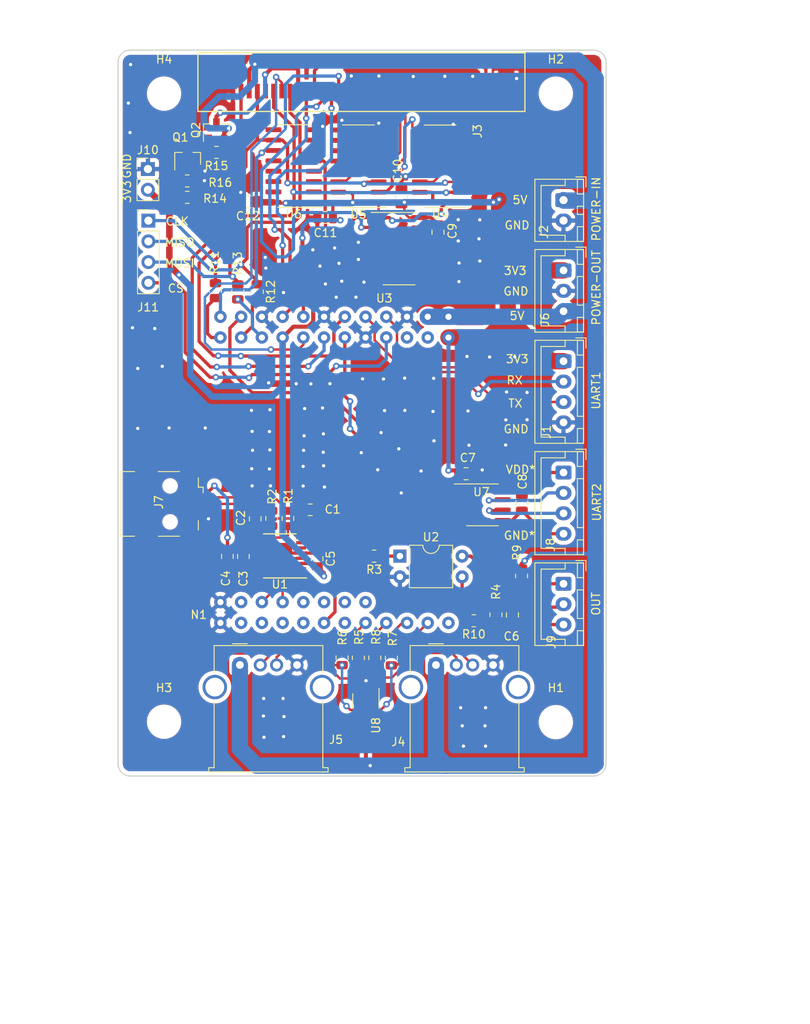
<source format=kicad_pcb>
(kicad_pcb (version 20171130) (host pcbnew 5.1.10-88a1d61d58~90~ubuntu21.04.1)
  (layers (0 F.Cu signal) (31 B.Cu signal) (34 B.Paste user) (35 F.Paste user) (36 B.SilkS user) (37 F.SilkS user) (38 B.Mask user) (39 F.Mask user) (44 Edge.Cuts user))
  (net 0 "")
  (net 1 GND)
  (net 2 5V)
  (net 3 /ftdi230/USB_DP)
  (net 4 /ftdi230/USB_DM)
  (net 5 /ftdi230/VDD_USB)
  (net 6 /RX0)
  (net 7 /TX0)
  (net 8 "Net-(R1-Pad1)")
  (net 9 "Net-(R2-Pad1)")
  (net 10 /D2-)
  (net 11 /D2+)
  (net 12 /RX2)
  (net 13 /TX2)
  (net 14 /CS0)
  (net 15 /CLK0)
  (net 16 /MISO0)
  (net 17 /MOSI0)
  (net 18 /TOUCH_CS)
  (net 19 /PWC_CTRL)
  (net 20 /TOUCH_IRQ)
  (net 21 /DC)
  (net 22 "Net-(R3-Pad1)")
  (net 23 3V3)
  (net 24 /RX1)
  (net 25 /TX1)
  (net 26 /D3+)
  (net 27 /D3-)
  (net 28 /RST)
  (net 29 "Net-(C6-Pad2)")
  (net 30 "Net-(C6-Pad1)")
  (net 31 WR)
  (net 32 D15)
  (net 33 D14)
  (net 34 D13)
  (net 35 D12)
  (net 36 D11)
  (net 37 D10)
  (net 38 D9)
  (net 39 D8)
  (net 40 D7)
  (net 41 D6)
  (net 42 D5)
  (net 43 D4)
  (net 44 D3)
  (net 45 D2)
  (net 46 D1)
  (net 47 D0)
  (net 48 "Net-(J9-Pad1)")
  (net 49 "Net-(U3-Pad1)")
  (net 50 "Net-(U4-Pad9)")
  (net 51 "Net-(C8-Pad2)")
  (net 52 "Net-(C8-Pad1)")
  (net 53 "Net-(J8-Pad3)")
  (net 54 "Net-(J8-Pad2)")
  (net 55 "Net-(J4-Pad3)")
  (net 56 "Net-(J4-Pad2)")
  (net 57 "Net-(J4-Pad5)")
  (net 58 "Net-(J5-Pad3)")
  (net 59 "Net-(J5-Pad2)")
  (net 60 "Net-(J5-Pad5)")
  (net 61 "Net-(N1-Pad35)")
  (net 62 "Net-(N1-Pad34)")
  (net 63 "Net-(N1-Pad33)")
  (net 64 /16bit2SPI/TFT_LED)
  (net 65 /ACC_CS)
  (net 66 "Net-(Q1-Pad3)")
  (net 67 "Net-(Q1-Pad1)")
  (net 68 /LCD_LED)
  (module Capacitor_SMD:C_0805_2012Metric (layer F.Cu) (at 83.37 53.25)
    (fp_text reference C12 (at -0.11 1.75) (layer F.SilkS))
    (fp_text value 0.1uF)
    (pad 2 smd roundrect (at 0.95 0) (size 1 1.45) (layers F.Cu F.Paste F.Mask) (net 23 3V3))
    (pad 1 smd roundrect (at -0.95 0) (size 1 1.45) (layers F.Cu F.Paste F.Mask) (net 1 GND))
  )
  (module Capacitor_SMD:C_0805_2012Metric (layer F.Cu) (at 92.73 55.17)
    (fp_text reference C11 (at 0.05 1.89) (layer F.SilkS))
    (fp_text value 0.1uF)
    (pad 2 smd roundrect (at 0.95 0) (size 1 1.45) (layers F.Cu F.Paste F.Mask) (net 23 3V3))
    (pad 1 smd roundrect (at -0.95 0) (size 1 1.45) (layers F.Cu F.Paste F.Mask) (net 1 GND))
  )
  (module Capacitor_SMD:C_0805_2012Metric (layer F.Cu) (at 102.08 52.61 270)
    (fp_text reference C10 (at -3.18 0.46 90) (layer F.SilkS))
    (fp_text value 0.1uF)
    (pad 2 smd roundrect (at 0.95 0 270) (size 1 1.45) (layers F.Cu F.Paste F.Mask) (net 23 3V3))
    (pad 1 smd roundrect (at -0.95 0 270) (size 1 1.45) (layers F.Cu F.Paste F.Mask) (net 1 GND))
  )
  (module Capacitor_SMD:C_0805_2012Metric (layer F.Cu) (at 106.56 56.98 90)
    (fp_text reference C9 (at 0.15 1.76 90) (layer F.SilkS))
    (fp_text value 0.1uF)
    (pad 2 smd roundrect (at 0.95 0 90) (size 1 1.45) (layers F.Cu F.Paste F.Mask) (net 23 3V3))
    (pad 1 smd roundrect (at -0.95 0 90) (size 1 1.45) (layers F.Cu F.Paste F.Mask) (net 1 GND))
  )
  (module Resistor_SMD:R_0805_2012Metric (layer F.Cu) (at 75.8375 50.7)
    (fp_text reference R16 (at 4.0525 0.2) (layer F.SilkS))
    (fp_text value 10K)
    (pad 2 smd roundrect (at 0.9125 0) (size 1.025 1.4) (layers F.Cu F.Paste F.Mask) (roundrect_rratio 0.2439014634146341) (net 1 GND))
    (pad 1 smd roundrect (at -0.9125 0) (size 1.025 1.4) (layers F.Cu F.Paste F.Mask) (roundrect_rratio 0.2439014634146341) (net 67 "Net-(Q1-Pad1)"))
  )
  (module Resistor_SMD:R_0805_2012Metric (layer F.Cu) (at 79.4225 47.2 180)
    (fp_text reference R15 (at 0 -1.65) (layer F.SilkS))
    (fp_text value 10K)
    (pad 2 smd roundrect (at 0.9125 0 180) (size 1.025 1.4) (layers F.Cu F.Paste F.Mask) (roundrect_rratio 0.2439014634146341) (net 66 "Net-(Q1-Pad3)"))
    (pad 1 smd roundrect (at -0.9125 0 180) (size 1.025 1.4) (layers F.Cu F.Paste F.Mask) (roundrect_rratio 0.2439014634146341) (net 2 5V))
  )
  (module Resistor_SMD:R_0805_2012Metric (layer F.Cu) (at 75.8435 52.706)
    (fp_text reference R14 (at 3.3965 0.154) (layer F.SilkS))
    (fp_text value 100)
    (pad 2 smd roundrect (at 0.9125 0) (size 1.025 1.4) (layers F.Cu F.Paste F.Mask) (roundrect_rratio 0.2439014634146341) (net 68 /LCD_LED))
    (pad 1 smd roundrect (at -0.9125 0) (size 1.025 1.4) (layers F.Cu F.Paste F.Mask) (roundrect_rratio 0.2439014634146341) (net 67 "Net-(Q1-Pad1)"))
  )
  (module Package_TO_SOT_SMD:SOT-23 (layer F.Cu) (at 79.41 44.47 90)
    (fp_text reference Q2 (at 0 -2.5 90) (layer F.SilkS))
    (fp_text value IRLML6402)
    (pad 3 smd rect (at 1 0 90) (size 0.9 0.8) (layers F.Cu F.Paste F.Mask) (net 64 /16bit2SPI/TFT_LED))
    (pad 2 smd rect (at -1 0.95 90) (size 0.9 0.8) (layers F.Cu F.Paste F.Mask) (net 2 5V))
    (pad 1 smd rect (at -1 -0.95 90) (size 0.9 0.8) (layers F.Cu F.Paste F.Mask) (net 66 "Net-(Q1-Pad3)"))
  )
  (module Package_TO_SOT_SMD:SOT-23 (layer F.Cu) (at 75.89 47.96 90)
    (fp_text reference Q1 (at 2.6 -0.89 180) (layer F.SilkS))
    (fp_text value IRLML6344TRPBF)
    (pad 3 smd rect (at 1 0 90) (size 0.9 0.8) (layers F.Cu F.Paste F.Mask) (net 66 "Net-(Q1-Pad3)"))
    (pad 2 smd rect (at -1 0.95 90) (size 0.9 0.8) (layers F.Cu F.Paste F.Mask) (net 1 GND))
    (pad 1 smd rect (at -1 -0.95 90) (size 0.9 0.8) (layers F.Cu F.Paste F.Mask) (net 67 "Net-(Q1-Pad1)"))
  )
  (module Connector_PinHeader_2.54mm:PinHeader_1x04_P2.54mm_Vertical (layer F.Cu) (at 71.08 55.56)
    (fp_text reference J11 (at -0.03 10.61) (layer F.SilkS))
    (fp_text value ACC_SPI)
    (pad 4 thru_hole oval (at 0 7.62) (size 1.7 1.7) (drill 1) (layers *.Cu *.Mask) (net 65 /ACC_CS))
    (pad 3 thru_hole oval (at 0 5.08) (size 1.7 1.7) (drill 1) (layers *.Cu *.Mask) (net 17 /MOSI0))
    (pad 2 thru_hole oval (at 0 2.54) (size 1.7 1.7) (drill 1) (layers *.Cu *.Mask) (net 16 /MISO0))
    (pad 1 thru_hole rect (at 0 0) (size 1.7 1.7) (drill 1) (layers *.Cu *.Mask) (net 15 /CLK0))
  )
  (module Connector_PinHeader_2.54mm:PinHeader_1x02_P2.54mm_Vertical (layer F.Cu) (at 71.02 49.24)
    (fp_text reference J10 (at 0 -2.33) (layer F.SilkS))
    (fp_text value ACC_PWR)
    (pad 2 thru_hole oval (at 0 2.54) (size 1.7 1.7) (drill 1) (layers *.Cu *.Mask) (net 23 3V3))
    (pad 1 thru_hole rect (at 0 0) (size 1.7 1.7) (drill 1) (layers *.Cu *.Mask) (net 1 GND))
  )
  (module Resistor_SMD:R_0805_2012Metric (layer F.Cu) (at 82.03 64.29 270)
    (fp_text reference R13 (at -3.5 0.01 90) (layer F.SilkS))
    (fp_text value 100)
    (pad 2 smd roundrect (at 0.9125 0 270) (size 1.025 1.4) (layers F.Cu F.Paste F.Mask) (roundrect_rratio 0.2439014634146341) (net 61 "Net-(N1-Pad35)"))
    (pad 1 smd roundrect (at -0.9125 0 270) (size 1.025 1.4) (layers F.Cu F.Paste F.Mask) (roundrect_rratio 0.2439014634146341) (net 17 /MOSI0))
  )
  (module Resistor_SMD:R_0805_2012Metric (layer F.Cu) (at 84.42 64.27 270)
    (fp_text reference R12 (at 0 -1.65 90) (layer F.SilkS))
    (fp_text value 100)
    (pad 2 smd roundrect (at 0.9125 0 270) (size 1.025 1.4) (layers F.Cu F.Paste F.Mask) (roundrect_rratio 0.2439014634146341) (net 62 "Net-(N1-Pad34)"))
    (pad 1 smd roundrect (at -0.9125 0 270) (size 1.025 1.4) (layers F.Cu F.Paste F.Mask) (roundrect_rratio 0.2439014634146341) (net 16 /MISO0))
  )
  (module Resistor_SMD:R_0805_2012Metric (layer F.Cu) (at 79.296 64.136 270)
    (fp_text reference R11 (at -3.446 0.126 90) (layer F.SilkS))
    (fp_text value 100)
    (pad 2 smd roundrect (at 0.9125 0 270) (size 1.025 1.4) (layers F.Cu F.Paste F.Mask) (roundrect_rratio 0.2439014634146341) (net 63 "Net-(N1-Pad33)"))
    (pad 1 smd roundrect (at -0.9125 0 270) (size 1.025 1.4) (layers F.Cu F.Paste F.Mask) (roundrect_rratio 0.2439014634146341) (net 15 /CLK0))
  )
  (module Resistor_SMD:R_0805_2012Metric (layer F.Cu) (at 110.9475 104.58 180)
    (fp_text reference R10 (at 0 -1.65) (layer F.SilkS))
    (fp_text value 0R)
    (pad 2 smd roundrect (at 0.9125 0 180) (size 1.025 1.4) (layers F.Cu F.Paste F.Mask) (roundrect_rratio 0.2439014634146341) (net 1 GND))
    (pad 1 smd roundrect (at -0.9125 0 180) (size 1.025 1.4) (layers F.Cu F.Paste F.Mask) (roundrect_rratio 0.2439014634146341) (net 29 "Net-(C6-Pad2)"))
  )
  (module Resistor_SMD:R_0805_2012Metric (layer F.Cu) (at 116.8 99.0975 270)
    (fp_text reference R9 (at -2.8775 0.56 90) (layer F.SilkS))
    (fp_text value 0R)
    (pad 2 smd roundrect (at 0.9125 0 270) (size 1.025 1.4) (layers F.Cu F.Paste F.Mask) (roundrect_rratio 0.2439014634146341) (net 48 "Net-(J9-Pad1)"))
    (pad 1 smd roundrect (at -0.9125 0 270) (size 1.025 1.4) (layers F.Cu F.Paste F.Mask) (roundrect_rratio 0.2439014634146341) (net 2 5V))
  )
  (module Connector_USB:USB_A_Molex_67643_Horizontal (layer F.Cu) (at 106.31 110)
    (fp_text reference J4 (at -4.61 9.42) (layer F.SilkS))
    (fp_text value USB_A)
    (pad 4 thru_hole circle (at 7 0) (size 1.6 1.6) (drill 0.95) (layers *.Cu *.Mask) (net 1 GND))
    (pad 3 thru_hole circle (at 4.5 0) (size 1.6 1.6) (drill 0.95) (layers *.Cu *.Mask) (net 55 "Net-(J4-Pad3)"))
    (pad 2 thru_hole circle (at 2.5 0) (size 1.6 1.6) (drill 0.95) (layers *.Cu *.Mask) (net 56 "Net-(J4-Pad2)"))
    (pad 1 thru_hole rect (at 0 0) (size 1.6 1.5) (drill 0.95) (layers *.Cu *.Mask) (net 2 5V))
    (pad 5 thru_hole circle (at 10.07 2.71) (size 3 3) (drill 2.3) (layers *.Cu *.Mask) (net 57 "Net-(J4-Pad5)"))
    (pad 5 thru_hole circle (at -3.07 2.71) (size 3 3) (drill 2.3) (layers *.Cu *.Mask) (net 57 "Net-(J4-Pad5)"))
  )
  (module Package_TO_SOT_SMD:SOT-23-6 (layer F.Cu) (at 97.73 114.41 270)
    (fp_text reference U8 (at 2.99 -1.23 270) (layer F.SilkS))
    (fp_text value USBLC6-4SC6)
    (pad 5 smd rect (at 1.1 0 270) (size 1.06 0.65) (layers F.Cu F.Paste F.Mask) (net 2 5V))
    (pad 6 smd rect (at 1.1 -0.95 270) (size 1.06 0.65) (layers F.Cu F.Paste F.Mask) (net 55 "Net-(J4-Pad3)"))
    (pad 4 smd rect (at 1.1 0.95 270) (size 1.06 0.65) (layers F.Cu F.Paste F.Mask) (net 59 "Net-(J5-Pad2)"))
    (pad 3 smd rect (at -1.1 0.95 270) (size 1.06 0.65) (layers F.Cu F.Paste F.Mask) (net 58 "Net-(J5-Pad3)"))
    (pad 2 smd rect (at -1.1 0 270) (size 1.06 0.65) (layers F.Cu F.Paste F.Mask) (net 1 GND))
    (pad 1 smd rect (at -1.1 -0.95 270) (size 1.06 0.65) (layers F.Cu F.Paste F.Mask) (net 56 "Net-(J4-Pad2)"))
  )
  (module Resistor_SMD:R_0805_2012Metric (layer F.Cu) (at 98.82 109.1075 270)
    (fp_text reference R8 (at -2.5575 -0.16 270) (layer F.SilkS))
    (fp_text value 27)
    (pad 2 smd roundrect (at 0.9125 0 270) (size 1.025 1.4) (layers F.Cu F.Paste F.Mask) (roundrect_rratio 0.2439014634146341) (net 56 "Net-(J4-Pad2)"))
    (pad 1 smd roundrect (at -0.9125 0 270) (size 1.025 1.4) (layers F.Cu F.Paste F.Mask) (roundrect_rratio 0.2439014634146341) (net 10 /D2-))
  )
  (module Resistor_SMD:R_0805_2012Metric (layer F.Cu) (at 100.85 109.1375 270)
    (fp_text reference R7 (at -2.4075 -0.16 270) (layer F.SilkS))
    (fp_text value 27)
    (pad 2 smd roundrect (at 0.9125 0 270) (size 1.025 1.4) (layers F.Cu F.Paste F.Mask) (roundrect_rratio 0.2439014634146341) (net 55 "Net-(J4-Pad3)"))
    (pad 1 smd roundrect (at -0.9125 0 270) (size 1.025 1.4) (layers F.Cu F.Paste F.Mask) (roundrect_rratio 0.2439014634146341) (net 11 /D2+))
  )
  (module Resistor_SMD:R_0805_2012Metric (layer F.Cu) (at 94.81 109.1025 270)
    (fp_text reference R6 (at -2.4725 -0.04 90) (layer F.SilkS))
    (fp_text value 27)
    (pad 2 smd roundrect (at 0.9125 0 270) (size 1.025 1.4) (layers F.Cu F.Paste F.Mask) (roundrect_rratio 0.2439014634146341) (net 59 "Net-(J5-Pad2)"))
    (pad 1 smd roundrect (at -0.9125 0 270) (size 1.025 1.4) (layers F.Cu F.Paste F.Mask) (roundrect_rratio 0.2439014634146341) (net 27 /D3-))
  )
  (module Resistor_SMD:R_0805_2012Metric (layer F.Cu) (at 96.81 109.1225 270)
    (fp_text reference R5 (at -2.5525 -0.09 90) (layer F.SilkS))
    (fp_text value 27)
    (pad 2 smd roundrect (at 0.9125 0 270) (size 1.025 1.4) (layers F.Cu F.Paste F.Mask) (roundrect_rratio 0.2439014634146341) (net 58 "Net-(J5-Pad3)"))
    (pad 1 smd roundrect (at -0.9125 0 270) (size 1.025 1.4) (layers F.Cu F.Paste F.Mask) (roundrect_rratio 0.2439014634146341) (net 26 /D3+))
  )
  (module Capacitor_SMD:C_0805_2012Metric (layer F.Cu) (at 116.84 90.14 90)
    (fp_text reference C8 (at 2.61 0.08 90) (layer F.SilkS))
    (fp_text value 1uF)
    (pad 2 smd roundrect (at 0.95 0 90) (size 1 1.45) (layers F.Cu F.Paste F.Mask) (net 51 "Net-(C8-Pad2)"))
    (pad 1 smd roundrect (at -0.95 0 90) (size 1 1.45) (layers F.Cu F.Paste F.Mask) (net 52 "Net-(C8-Pad1)"))
  )
  (module Package_SO:SOIC-8_3.9x4.9mm_P1.27mm (layer F.Cu) (at 112.01 90.38)
    (fp_text reference U7 (at -0.13 -1.57) (layer F.SilkS))
    (fp_text value ISO7721)
    (pad 8 smd roundrect (at 2.475 -1.905) (size 1.95 0.6) (layers F.Cu F.Paste F.Mask) (net 51 "Net-(C8-Pad2)"))
    (pad 7 smd roundrect (at 2.475 -0.635) (size 1.95 0.6) (layers F.Cu F.Paste F.Mask) (net 54 "Net-(J8-Pad2)"))
    (pad 6 smd roundrect (at 2.475 0.635) (size 1.95 0.6) (layers F.Cu F.Paste F.Mask) (net 53 "Net-(J8-Pad3)"))
    (pad 5 smd roundrect (at 2.475 1.905) (size 1.95 0.6) (layers F.Cu F.Paste F.Mask) (net 52 "Net-(C8-Pad1)"))
    (pad 4 smd roundrect (at -2.475 1.905) (size 1.95 0.6) (layers F.Cu F.Paste F.Mask) (net 1 GND))
    (pad 3 smd roundrect (at -2.475 0.635) (size 1.95 0.6) (layers F.Cu F.Paste F.Mask) (net 13 /TX2))
    (pad 2 smd roundrect (at -2.475 -0.635) (size 1.95 0.6) (layers F.Cu F.Paste F.Mask) (net 12 /RX2))
    (pad 1 smd roundrect (at -2.475 -1.905) (size 1.95 0.6) (layers F.Cu F.Paste F.Mask) (net 23 3V3))
  )
  (module Capacitor_SMD:C_0805_2012Metric (layer F.Cu) (at 110 86.57 180)
    (fp_text reference C7 (at -0.21 1.95) (layer F.SilkS))
    (fp_text value 1uF)
    (pad 2 smd roundrect (at 0.95 0 180) (size 1 1.45) (layers F.Cu F.Paste F.Mask) (net 23 3V3))
    (pad 1 smd roundrect (at -0.95 0 180) (size 1 1.45) (layers F.Cu F.Paste F.Mask) (net 1 GND))
  )
  (module Resistor_SMD:R_0805_2012Metric (layer F.Cu) (at 113.66 103.8475 270)
    (fp_text reference R4 (at -2.8175 -0.01 90) (layer F.SilkS))
    (fp_text value 100K)
    (pad 2 smd roundrect (at 0.9125 0 270) (size 1.025 1.4) (layers F.Cu F.Paste F.Mask) (roundrect_rratio 0.2439004878048781) (net 29 "Net-(C6-Pad2)"))
    (pad 1 smd roundrect (at -0.9125 0 270) (size 1.025 1.4) (layers F.Cu F.Paste F.Mask) (roundrect_rratio 0.2439004878048781) (net 30 "Net-(C6-Pad1)"))
  )
  (module Connector_JST:JST_XH_B3B-XH-A_1x03_P2.50mm_Vertical (layer F.Cu) (at 121.94 61.66 270)
    (fp_text reference J6 (at 6.02 2.28 90) (layer F.SilkS))
    (fp_text value PWR_OUT)
    (pad 3 thru_hole oval (at 5 0 270) (size 1.7 1.95) (drill 0.95) (layers *.Cu *.Mask) (net 2 5V))
    (pad 2 thru_hole oval (at 2.5 0 270) (size 1.7 1.95) (drill 0.95) (layers *.Cu *.Mask) (net 1 GND))
    (pad 1 thru_hole roundrect (at 0 0 270) (size 1.7 1.95) (drill 0.95) (layers *.Cu *.Mask) (roundrect_rratio 0.1470588235294118) (net 23 3V3))
  )
  (module Connector_USB:USB_Mini-B_Wuerth_65100516121_Horizontal (layer F.Cu) (at 73.738 90.264 270)
    (fp_text reference J7 (at -0.204 1.378 90) (layer F.SilkS))
    (fp_text value USB_B_Mini)
    (pad "" np_thru_hole circle (at 2.2 0 270) (size 0.9 0.9) (drill 0.9) (layers *.Cu *.Mask))
    (pad "" np_thru_hole circle (at -2.2 0 270) (size 0.9 0.9) (drill 0.9) (layers *.Cu *.Mask))
    (pad 5 smd rect (at 1.6 -2.6 270) (size 0.5 2.5) (layers F.Cu F.Paste F.Mask) (net 1 GND))
    (pad 4 smd rect (at 0.8 -2.6 270) (size 0.5 2.5) (layers F.Cu F.Paste F.Mask))
    (pad 3 smd rect (at 0 -2.6 270) (size 0.5 2.5) (layers F.Cu F.Paste F.Mask) (net 3 /ftdi230/USB_DP))
    (pad 2 smd rect (at -0.8 -2.6 270) (size 0.5 2.5) (layers F.Cu F.Paste F.Mask) (net 4 /ftdi230/USB_DM))
    (pad 1 smd rect (at -1.6 -2.6 270) (size 0.5 2.5) (layers F.Cu F.Paste F.Mask) (net 5 /ftdi230/VDD_USB))
    (pad 6 smd rect (at 4.4 -2.6 270) (size 2 2.5) (layers F.Cu F.Paste F.Mask) (net 1 GND))
    (pad 6 smd rect (at -4.4 -2.6 270) (size 2 2.5) (layers F.Cu F.Paste F.Mask) (net 1 GND))
    (pad 6 smd rect (at 4.4 2.9 270) (size 2 2.5) (layers F.Cu F.Paste F.Mask) (net 1 GND))
    (pad 6 smd rect (at -4.4 2.9 270) (size 2 2.5) (layers F.Cu F.Paste F.Mask) (net 1 GND))
  )
  (module Connector_USB:USB_A_Molex_67643_Horizontal (layer F.Cu) (at 82.29 110)
    (fp_text reference J5 (at 11.78 9.15) (layer F.SilkS))
    (fp_text value USB_A)
    (pad 4 thru_hole circle (at 7 0) (size 1.6 1.6) (drill 0.95) (layers *.Cu *.Mask) (net 1 GND))
    (pad 3 thru_hole circle (at 4.5 0) (size 1.6 1.6) (drill 0.95) (layers *.Cu *.Mask) (net 58 "Net-(J5-Pad3)"))
    (pad 2 thru_hole circle (at 2.5 0) (size 1.6 1.6) (drill 0.95) (layers *.Cu *.Mask) (net 59 "Net-(J5-Pad2)"))
    (pad 1 thru_hole rect (at 0 0) (size 1.6 1.5) (drill 0.95) (layers *.Cu *.Mask) (net 2 5V))
    (pad 5 thru_hole circle (at 10.07 2.71) (size 3 3) (drill 2.3) (layers *.Cu *.Mask) (net 60 "Net-(J5-Pad5)"))
    (pad 5 thru_hole circle (at -3.07 2.71) (size 3 3) (drill 2.3) (layers *.Cu *.Mask) (net 60 "Net-(J5-Pad5)"))
  )
  (module Package_SO:SOIC-16_3.9x9.9mm_P1.27mm (layer F.Cu) (at 88.88 48.87 180)
    (fp_text reference U6 (at 0 -5.9) (layer F.SilkS))
    (fp_text value 74HC4040)
    (pad 16 smd roundrect (at 2.475 -4.445 180) (size 1.95 0.6) (layers F.Cu F.Paste F.Mask) (net 23 3V3))
    (pad 15 smd roundrect (at 2.475 -3.175 180) (size 1.95 0.6) (layers F.Cu F.Paste F.Mask))
    (pad 14 smd roundrect (at 2.475 -1.905 180) (size 1.95 0.6) (layers F.Cu F.Paste F.Mask))
    (pad 13 smd roundrect (at 2.475 -0.635 180) (size 1.95 0.6) (layers F.Cu F.Paste F.Mask))
    (pad 12 smd roundrect (at 2.475 0.635 180) (size 1.95 0.6) (layers F.Cu F.Paste F.Mask))
    (pad 11 smd roundrect (at 2.475 1.905 180) (size 1.95 0.6) (layers F.Cu F.Paste F.Mask) (net 14 /CS0))
    (pad 10 smd roundrect (at 2.475 3.175 180) (size 1.95 0.6) (layers F.Cu F.Paste F.Mask) (net 15 /CLK0))
    (pad 9 smd roundrect (at 2.475 4.445 180) (size 1.95 0.6) (layers F.Cu F.Paste F.Mask))
    (pad 8 smd roundrect (at -2.475 4.445 180) (size 1.95 0.6) (layers F.Cu F.Paste F.Mask) (net 1 GND))
    (pad 7 smd roundrect (at -2.475 3.175 180) (size 1.95 0.6) (layers F.Cu F.Paste F.Mask))
    (pad 6 smd roundrect (at -2.475 1.905 180) (size 1.95 0.6) (layers F.Cu F.Paste F.Mask))
    (pad 5 smd roundrect (at -2.475 0.635 180) (size 1.95 0.6) (layers F.Cu F.Paste F.Mask) (net 49 "Net-(U3-Pad1)"))
    (pad 4 smd roundrect (at -2.475 -0.635 180) (size 1.95 0.6) (layers F.Cu F.Paste F.Mask))
    (pad 3 smd roundrect (at -2.475 -1.905 180) (size 1.95 0.6) (layers F.Cu F.Paste F.Mask))
    (pad 2 smd roundrect (at -2.475 -3.175 180) (size 1.95 0.6) (layers F.Cu F.Paste F.Mask))
    (pad 1 smd roundrect (at -2.475 -4.445 180) (size 1.95 0.6) (layers F.Cu F.Paste F.Mask))
  )
  (module Package_SO:SOIC-16_3.9x9.9mm_P1.27mm (layer F.Cu) (at 96.81 48.9 180)
    (fp_text reference U5 (at 0 -5.9) (layer F.SilkS))
    (fp_text value 74HC4094)
    (pad 16 smd roundrect (at 2.475 -4.445 180) (size 1.95 0.6) (layers F.Cu F.Paste F.Mask) (net 23 3V3))
    (pad 15 smd roundrect (at 2.475 -3.175 180) (size 1.95 0.6) (layers F.Cu F.Paste F.Mask) (net 23 3V3))
    (pad 14 smd roundrect (at 2.475 -1.905 180) (size 1.95 0.6) (layers F.Cu F.Paste F.Mask) (net 35 D12))
    (pad 13 smd roundrect (at 2.475 -0.635 180) (size 1.95 0.6) (layers F.Cu F.Paste F.Mask) (net 34 D13))
    (pad 12 smd roundrect (at 2.475 0.635 180) (size 1.95 0.6) (layers F.Cu F.Paste F.Mask) (net 33 D14))
    (pad 11 smd roundrect (at 2.475 1.905 180) (size 1.95 0.6) (layers F.Cu F.Paste F.Mask) (net 32 D15))
    (pad 10 smd roundrect (at 2.475 3.175 180) (size 1.95 0.6) (layers F.Cu F.Paste F.Mask))
    (pad 9 smd roundrect (at 2.475 4.445 180) (size 1.95 0.6) (layers F.Cu F.Paste F.Mask))
    (pad 8 smd roundrect (at -2.475 4.445 180) (size 1.95 0.6) (layers F.Cu F.Paste F.Mask) (net 1 GND))
    (pad 7 smd roundrect (at -2.475 3.175 180) (size 1.95 0.6) (layers F.Cu F.Paste F.Mask) (net 36 D11))
    (pad 6 smd roundrect (at -2.475 1.905 180) (size 1.95 0.6) (layers F.Cu F.Paste F.Mask) (net 37 D10))
    (pad 5 smd roundrect (at -2.475 0.635 180) (size 1.95 0.6) (layers F.Cu F.Paste F.Mask) (net 38 D9))
    (pad 4 smd roundrect (at -2.475 -0.635 180) (size 1.95 0.6) (layers F.Cu F.Paste F.Mask) (net 39 D8))
    (pad 3 smd roundrect (at -2.475 -1.905 180) (size 1.95 0.6) (layers F.Cu F.Paste F.Mask) (net 15 /CLK0))
    (pad 2 smd roundrect (at -2.475 -3.175 180) (size 1.95 0.6) (layers F.Cu F.Paste F.Mask) (net 50 "Net-(U4-Pad9)"))
    (pad 1 smd roundrect (at -2.475 -4.445 180) (size 1.95 0.6) (layers F.Cu F.Paste F.Mask) (net 49 "Net-(U3-Pad1)"))
  )
  (module Package_SO:SOIC-16_3.9x9.9mm_P1.27mm (layer F.Cu) (at 106.82 48.91 180)
    (fp_text reference U4 (at 0 -5.9) (layer F.SilkS))
    (fp_text value 74HC4094)
    (pad 16 smd roundrect (at 2.475 -4.445 180) (size 1.95 0.6) (layers F.Cu F.Paste F.Mask) (net 23 3V3))
    (pad 15 smd roundrect (at 2.475 -3.175 180) (size 1.95 0.6) (layers F.Cu F.Paste F.Mask) (net 23 3V3))
    (pad 14 smd roundrect (at 2.475 -1.905 180) (size 1.95 0.6) (layers F.Cu F.Paste F.Mask) (net 43 D4))
    (pad 13 smd roundrect (at 2.475 -0.635 180) (size 1.95 0.6) (layers F.Cu F.Paste F.Mask) (net 42 D5))
    (pad 12 smd roundrect (at 2.475 0.635 180) (size 1.95 0.6) (layers F.Cu F.Paste F.Mask) (net 41 D6))
    (pad 11 smd roundrect (at 2.475 1.905 180) (size 1.95 0.6) (layers F.Cu F.Paste F.Mask) (net 40 D7))
    (pad 10 smd roundrect (at 2.475 3.175 180) (size 1.95 0.6) (layers F.Cu F.Paste F.Mask))
    (pad 9 smd roundrect (at 2.475 4.445 180) (size 1.95 0.6) (layers F.Cu F.Paste F.Mask) (net 50 "Net-(U4-Pad9)"))
    (pad 8 smd roundrect (at -2.475 4.445 180) (size 1.95 0.6) (layers F.Cu F.Paste F.Mask) (net 1 GND))
    (pad 7 smd roundrect (at -2.475 3.175 180) (size 1.95 0.6) (layers F.Cu F.Paste F.Mask) (net 44 D3))
    (pad 6 smd roundrect (at -2.475 1.905 180) (size 1.95 0.6) (layers F.Cu F.Paste F.Mask) (net 45 D2))
    (pad 5 smd roundrect (at -2.475 0.635 180) (size 1.95 0.6) (layers F.Cu F.Paste F.Mask) (net 46 D1))
    (pad 4 smd roundrect (at -2.475 -0.635 180) (size 1.95 0.6) (layers F.Cu F.Paste F.Mask) (net 47 D0))
    (pad 3 smd roundrect (at -2.475 -1.905 180) (size 1.95 0.6) (layers F.Cu F.Paste F.Mask) (net 15 /CLK0))
    (pad 2 smd roundrect (at -2.475 -3.175 180) (size 1.95 0.6) (layers F.Cu F.Paste F.Mask) (net 17 /MOSI0))
    (pad 1 smd roundrect (at -2.475 -4.445 180) (size 1.95 0.6) (layers F.Cu F.Paste F.Mask) (net 49 "Net-(U3-Pad1)"))
  )
  (module Package_SO:SOIC-14_3.9x8.7mm_P1.27mm (layer F.Cu) (at 101.79 58.99)
    (fp_text reference U3 (at -1.81 6.09) (layer F.SilkS))
    (fp_text value 74HC04)
    (pad 14 smd roundrect (at 2.475 -3.81) (size 1.95 0.6) (layers F.Cu F.Paste F.Mask) (net 23 3V3))
    (pad 13 smd roundrect (at 2.475 -2.54) (size 1.95 0.6) (layers F.Cu F.Paste F.Mask))
    (pad 12 smd roundrect (at 2.475 -1.27) (size 1.95 0.6) (layers F.Cu F.Paste F.Mask))
    (pad 11 smd roundrect (at 2.475 0) (size 1.95 0.6) (layers F.Cu F.Paste F.Mask))
    (pad 10 smd roundrect (at 2.475 1.27) (size 1.95 0.6) (layers F.Cu F.Paste F.Mask))
    (pad 9 smd roundrect (at 2.475 2.54) (size 1.95 0.6) (layers F.Cu F.Paste F.Mask))
    (pad 8 smd roundrect (at 2.475 3.81) (size 1.95 0.6) (layers F.Cu F.Paste F.Mask))
    (pad 7 smd roundrect (at -2.475 3.81) (size 1.95 0.6) (layers F.Cu F.Paste F.Mask) (net 1 GND))
    (pad 6 smd roundrect (at -2.475 2.54) (size 1.95 0.6) (layers F.Cu F.Paste F.Mask))
    (pad 5 smd roundrect (at -2.475 1.27) (size 1.95 0.6) (layers F.Cu F.Paste F.Mask))
    (pad 4 smd roundrect (at -2.475 0) (size 1.95 0.6) (layers F.Cu F.Paste F.Mask))
    (pad 3 smd roundrect (at -2.475 -1.27) (size 1.95 0.6) (layers F.Cu F.Paste F.Mask))
    (pad 2 smd roundrect (at -2.475 -2.54) (size 1.95 0.6) (layers F.Cu F.Paste F.Mask) (net 31 WR))
    (pad 1 smd roundrect (at -2.475 -3.81) (size 1.95 0.6) (layers F.Cu F.Paste F.Mask) (net 49 "Net-(U3-Pad1)"))
  )
  (module mks_tft:FPC32 (layer F.Cu) (at 112.428 39.686 90)
    (fp_text reference J3 (at -4.92 -1.02 90) (layer F.SilkS))
    (fp_text value TFT)
    (pad 33 connect rect (at 2.75 -33.5 90) (size 2.5 2) (layers F.Cu F.Mask) (net 1 GND))
    (pad 33 connect rect (at 2.75 2.5 90) (size 2.5 2) (layers F.Cu F.Mask) (net 1 GND))
    (pad 32 smd rect (at 0 -31 90) (size 1.8 0.6) (layers F.Cu F.Paste F.Mask) (net 1 GND))
    (pad 31 smd rect (at 0 -30 90) (size 1.8 0.6) (layers F.Cu F.Paste F.Mask) (net 18 /TOUCH_CS))
    (pad 30 smd rect (at 0 -29 90) (size 1.8 0.6) (layers F.Cu F.Paste F.Mask) (net 2 5V))
    (pad 29 smd rect (at 0 -28 90) (size 1.8 0.6) (layers F.Cu F.Paste F.Mask) (net 15 /CLK0))
    (pad 28 smd rect (at 0 -27 90) (size 1.8 0.6) (layers F.Cu F.Paste F.Mask))
    (pad 27 smd rect (at 0 -26 90) (size 1.8 0.6) (layers F.Cu F.Paste F.Mask) (net 17 /MOSI0))
    (pad 26 smd rect (at 0 -25 90) (size 1.8 0.6) (layers F.Cu F.Paste F.Mask) (net 20 /TOUCH_IRQ))
    (pad 25 smd rect (at 0 -24 90) (size 1.8 0.6) (layers F.Cu F.Paste F.Mask) (net 16 /MISO0))
    (pad 24 smd rect (at 0 -23 90) (size 1.8 0.6) (layers F.Cu F.Paste F.Mask) (net 64 /16bit2SPI/TFT_LED))
    (pad 23 smd rect (at 0 -22 90) (size 1.8 0.6) (layers F.Cu F.Paste F.Mask) (net 28 /RST))
    (pad 22 smd rect (at 0 -21 90) (size 1.8 0.6) (layers F.Cu F.Paste F.Mask) (net 23 3V3))
    (pad 21 smd rect (at 0 -20 90) (size 1.8 0.6) (layers F.Cu F.Paste F.Mask) (net 31 WR))
    (pad 20 smd rect (at 0 -19 90) (size 1.8 0.6) (layers F.Cu F.Paste F.Mask) (net 21 /DC))
    (pad 19 smd rect (at 0 -18 90) (size 1.8 0.6) (layers F.Cu F.Paste F.Mask) (net 14 /CS0))
    (pad 18 smd rect (at 0 -17 90) (size 1.8 0.6) (layers F.Cu F.Paste F.Mask) (net 32 D15))
    (pad 17 smd rect (at 0 -16 90) (size 1.8 0.6) (layers F.Cu F.Paste F.Mask) (net 33 D14))
    (pad 16 smd rect (at 0 -15 90) (size 1.8 0.6) (layers F.Cu F.Paste F.Mask) (net 34 D13))
    (pad 15 smd rect (at 0 -14 90) (size 1.8 0.6) (layers F.Cu F.Paste F.Mask) (net 35 D12))
    (pad 14 smd rect (at 0 -13 90) (size 1.8 0.6) (layers F.Cu F.Paste F.Mask) (net 36 D11))
    (pad 13 smd rect (at 0 -12 90) (size 1.8 0.6) (layers F.Cu F.Paste F.Mask) (net 37 D10))
    (pad 12 smd rect (at 0 -11 90) (size 1.8 0.6) (layers F.Cu F.Paste F.Mask) (net 38 D9))
    (pad 11 smd rect (at 0 -10 90) (size 1.8 0.6) (layers F.Cu F.Paste F.Mask) (net 39 D8))
    (pad 10 smd rect (at 0 -9 90) (size 1.8 0.6) (layers F.Cu F.Paste F.Mask) (net 40 D7))
    (pad 9 smd rect (at 0 -8 90) (size 1.8 0.6) (layers F.Cu F.Paste F.Mask) (net 41 D6))
    (pad 8 smd rect (at 0 -7 90) (size 1.8 0.6) (layers F.Cu F.Paste F.Mask) (net 42 D5))
    (pad 7 smd rect (at 0 -6 90) (size 1.8 0.6) (layers F.Cu F.Paste F.Mask) (net 43 D4))
    (pad 6 smd rect (at 0 -5 90) (size 1.8 0.6) (layers F.Cu F.Paste F.Mask) (net 44 D3))
    (pad 5 smd rect (at 0 -4 90) (size 1.8 0.6) (layers F.Cu F.Paste F.Mask) (net 45 D2))
    (pad 4 smd rect (at 0 -3 90) (size 1.8 0.6) (layers F.Cu F.Paste F.Mask) (net 46 D1))
    (pad 3 smd rect (at 0 -2 90) (size 1.8 0.6) (layers F.Cu F.Paste F.Mask) (net 47 D0))
    (pad 2 smd rect (at 0 -1 90) (size 1.8 0.6) (layers F.Cu F.Paste F.Mask) (net 1 GND))
    (pad 1 smd rect (at 0 0 90) (size 1.8 0.6) (layers F.Cu F.Paste F.Mask) (net 23 3V3))
  )
  (module Connector_JST:JST_XH_B2B-XH-A_1x02_P2.50mm_Vertical (layer F.Cu) (at 121.94 53.05 270)
    (fp_text reference J2 (at 3.9 2.42 90) (layer F.SilkS))
    (fp_text value PWR_IN)
    (pad 2 thru_hole oval (at 2.5 0 270) (size 1.7 2) (drill 1) (layers *.Cu *.Mask) (net 1 GND))
    (pad 1 thru_hole roundrect (at 0 0 270) (size 1.7 2) (drill 1) (layers *.Cu *.Mask) (roundrect_rratio 0.1470588235294118) (net 2 5V))
  )
  (module klipper_nano:nanopi_socket (layer F.Cu) (at 79.904999 104.838999)
    (fp_text reference N1 (at -2.654999 -0.998999) (layer F.SilkS))
    (fp_text value Nano_pi_AIR)
    (pad 44 thru_hole circle (at 27.94 -34.96) (size 1.524 1.524) (drill 0.762) (layers *.Cu *.Mask) (net 23 3V3))
    (pad 43 thru_hole circle (at 25.4 -34.96) (size 1.524 1.524) (drill 0.762) (layers *.Cu *.Mask))
    (pad 42 thru_hole circle (at 22.86 -34.96) (size 1.524 1.524) (drill 0.762) (layers *.Cu *.Mask))
    (pad 41 thru_hole circle (at 20.32 -34.96) (size 1.524 1.524) (drill 0.762) (layers *.Cu *.Mask) (net 65 /ACC_CS))
    (pad 40 thru_hole circle (at 17.78 -34.96) (size 1.524 1.524) (drill 0.762) (layers *.Cu *.Mask) (net 1 GND))
    (pad 39 thru_hole circle (at 15.24 -34.96) (size 1.524 1.524) (drill 0.762) (layers *.Cu *.Mask) (net 13 /TX2))
    (pad 38 thru_hole circle (at 12.7 -34.96) (size 1.524 1.524) (drill 0.762) (layers *.Cu *.Mask) (net 68 /LCD_LED))
    (pad 37 thru_hole circle (at 10.16 -34.96) (size 1.524 1.524) (drill 0.762) (layers *.Cu *.Mask) (net 20 /TOUCH_IRQ))
    (pad 36 thru_hole circle (at 7.62 -34.96) (size 1.524 1.524) (drill 0.762) (layers *.Cu *.Mask) (net 23 3V3))
    (pad 35 thru_hole circle (at 5.08 -34.96) (size 1.524 1.524) (drill 0.762) (layers *.Cu *.Mask) (net 61 "Net-(N1-Pad35)"))
    (pad 34 thru_hole circle (at 2.54 -34.96) (size 1.524 1.524) (drill 0.762) (layers *.Cu *.Mask) (net 62 "Net-(N1-Pad34)"))
    (pad 33 thru_hole circle (at 0 -34.96) (size 1.524 1.524) (drill 0.762) (layers *.Cu *.Mask) (net 63 "Net-(N1-Pad33)"))
    (pad 32 thru_hole circle (at 27.94 -37.5) (size 1.524 1.524) (drill 0.762) (layers *.Cu *.Mask) (net 2 5V))
    (pad 31 thru_hole circle (at 25.4 -37.5) (size 1.524 1.524) (drill 0.762) (layers *.Cu *.Mask) (net 2 5V))
    (pad 30 thru_hole circle (at 22.86 -37.5) (size 1.524 1.524) (drill 0.762) (layers *.Cu *.Mask) (net 1 GND))
    (pad 29 thru_hole circle (at 20.32 -37.5) (size 1.524 1.524) (drill 0.762) (layers *.Cu *.Mask) (net 25 /TX1))
    (pad 28 thru_hole circle (at 17.78 -37.5) (size 1.524 1.524) (drill 0.762) (layers *.Cu *.Mask) (net 24 /RX1))
    (pad 27 thru_hole circle (at 15.24 -37.5) (size 1.524 1.524) (drill 0.762) (layers *.Cu *.Mask) (net 18 /TOUCH_CS))
    (pad 26 thru_hole circle (at 12.7 -37.5) (size 1.524 1.524) (drill 0.762) (layers *.Cu *.Mask) (net 1 GND))
    (pad 25 thru_hole circle (at 10.16 -37.5) (size 1.524 1.524) (drill 0.762) (layers *.Cu *.Mask) (net 28 /RST))
    (pad 24 thru_hole circle (at 7.62 -37.5) (size 1.524 1.524) (drill 0.762) (layers *.Cu *.Mask) (net 21 /DC))
    (pad 23 thru_hole circle (at 5.08 -37.5) (size 1.524 1.524) (drill 0.762) (layers *.Cu *.Mask) (net 1 GND))
    (pad 22 thru_hole circle (at 2.54 -37.5) (size 1.524 1.524) (drill 0.762) (layers *.Cu *.Mask) (net 12 /RX2))
    (pad 21 thru_hole circle (at 0 -37.5) (size 1.524 1.524) (drill 0.762) (layers *.Cu *.Mask) (net 14 /CS0))
    (pad 20 thru_hole circle (at 17.78 -2.54) (size 1.524 1.524) (drill 0.762) (layers *.Cu *.Mask))
    (pad 19 thru_hole circle (at 15.24 -2.54) (size 1.524 1.524) (drill 0.762) (layers *.Cu *.Mask))
    (pad 18 thru_hole circle (at 12.7 -2.54) (size 1.524 1.524) (drill 0.762) (layers *.Cu *.Mask))
    (pad 17 thru_hole circle (at 10.16 -2.54) (size 1.524 1.524) (drill 0.762) (layers *.Cu *.Mask))
    (pad 16 thru_hole circle (at 7.62 -2.54) (size 1.524 1.524) (drill 0.762) (layers *.Cu *.Mask) (net 6 /RX0))
    (pad 15 thru_hole circle (at 5.08 -2.54) (size 1.524 1.524) (drill 0.762) (layers *.Cu *.Mask) (net 7 /TX0))
    (pad 14 thru_hole circle (at 2.54 -2.54) (size 1.524 1.524) (drill 0.762) (layers *.Cu *.Mask))
    (pad 13 thru_hole circle (at 0 -2.54) (size 1.524 1.524) (drill 0.762) (layers *.Cu *.Mask) (net 1 GND))
    (pad 12 thru_hole circle (at 27.94 0) (size 1.524 1.524) (drill 0.762) (layers *.Cu *.Mask))
    (pad 11 thru_hole circle (at 25.4 0) (size 1.524 1.524) (drill 0.762) (layers *.Cu *.Mask) (net 11 /D2+))
    (pad 10 thru_hole circle (at 22.86 0) (size 1.524 1.524) (drill 0.762) (layers *.Cu *.Mask) (net 10 /D2-))
    (pad 9 thru_hole circle (at 20.32 0) (size 1.524 1.524) (drill 0.762) (layers *.Cu *.Mask) (net 26 /D3+))
    (pad 8 thru_hole circle (at 17.78 0) (size 1.524 1.524) (drill 0.762) (layers *.Cu *.Mask) (net 27 /D3-))
    (pad 7 thru_hole circle (at 15.24 0) (size 1.524 1.524) (drill 0.762) (layers *.Cu *.Mask))
    (pad 6 thru_hole circle (at 12.7 0) (size 1.524 1.524) (drill 0.762) (layers *.Cu *.Mask) (net 19 /PWC_CTRL))
    (pad 5 thru_hole circle (at 10.16 0) (size 1.524 1.524) (drill 0.762) (layers *.Cu *.Mask))
    (pad 4 thru_hole circle (at 7.62 0) (size 1.524 1.524) (drill 0.762) (layers *.Cu *.Mask))
    (pad 3 thru_hole circle (at 5.08 0) (size 1.524 1.524) (drill 0.762) (layers *.Cu *.Mask))
    (pad 2 thru_hole circle (at 2.54 0) (size 1.524 1.524) (drill 0.762) (layers *.Cu *.Mask))
    (pad 1 thru_hole circle (at 0 0) (size 1.524 1.524) (drill 0.762) (layers *.Cu *.Mask) (net 1 GND))
  )
  (module Connector_JST:JST_XH_B4B-XH-A_1x04_P2.50mm_Vertical (layer F.Cu) (at 121.94 72.78 270)
    (fp_text reference J1 (at 8.68 2.08 90) (layer F.SilkS))
    (fp_text value UART1)
    (pad 4 thru_hole oval (at 7.5 0 270) (size 1.7 1.95) (drill 0.95) (layers *.Cu *.Mask) (net 1 GND))
    (pad 3 thru_hole oval (at 5 0 270) (size 1.7 1.95) (drill 0.95) (layers *.Cu *.Mask) (net 25 /TX1))
    (pad 2 thru_hole oval (at 2.5 0 270) (size 1.7 1.95) (drill 0.95) (layers *.Cu *.Mask) (net 24 /RX1))
    (pad 1 thru_hole roundrect (at 0 0 270) (size 1.7 1.95) (drill 0.95) (layers *.Cu *.Mask) (roundrect_rratio 0.1470588235294118) (net 23 3V3))
  )
  (module MountingHole:MountingHole_3.2mm_M3 (layer F.Cu) (at 73 40)
    (fp_text reference H4 (at 0 -4.2) (layer F.SilkS))
    (fp_text value MountingHole)
    (pad 1 np_thru_hole circle (at 0 0) (size 3.2 3.2) (drill 3.2) (layers *.Cu *.Mask))
  )
  (module MountingHole:MountingHole_3.2mm_M3 (layer F.Cu) (at 73 117)
    (fp_text reference H3 (at 0 -4.2) (layer F.SilkS))
    (fp_text value MountingHole)
    (pad "" np_thru_hole circle (at 0 -0.05) (size 3.2 3.2) (drill 3.2) (layers *.Cu *.Mask))
  )
  (module MountingHole:MountingHole_3.2mm_M3 (layer F.Cu) (at 121 40)
    (fp_text reference H2 (at 0 -4.2) (layer F.SilkS))
    (fp_text value MountingHole)
    (pad 1 np_thru_hole circle (at 0 0) (size 3.2 3.2) (drill 3.2) (layers *.Cu *.Mask))
  )
  (module MountingHole:MountingHole_3.2mm_M3 (layer F.Cu) (at 121 117)
    (fp_text reference H1 (at 0 -4.2) (layer F.SilkS))
    (fp_text value MountingHole)
    (pad 1 np_thru_hole circle (at 0 0) (size 3.2 3.2) (drill 3.2) (layers *.Cu *.Mask))
  )
  (module Package_DIP:DIP-4_W7.62mm (layer F.Cu) (at 101.894 96.662)
    (fp_text reference U2 (at 3.81 -2.33) (layer F.SilkS))
    (fp_text value PC817)
    (pad 4 thru_hole oval (at 7.62 0) (size 1.6 1.6) (drill 0.8) (layers *.Cu *.Mask) (net 48 "Net-(J9-Pad1)"))
    (pad 2 thru_hole oval (at 0 2.54) (size 1.6 1.6) (drill 0.8) (layers *.Cu *.Mask) (net 1 GND))
    (pad 3 thru_hole oval (at 7.62 2.54) (size 1.6 1.6) (drill 0.8) (layers *.Cu *.Mask) (net 30 "Net-(C6-Pad1)"))
    (pad 1 thru_hole rect (at 0 0) (size 1.6 1.6) (drill 0.8) (layers *.Cu *.Mask) (net 22 "Net-(R3-Pad1)"))
  )
  (module Resistor_SMD:R_0805_2012Metric (layer F.Cu) (at 98.7425 96.662 180)
    (fp_text reference R3 (at 0 -1.65) (layer F.SilkS))
    (fp_text value R_Small)
    (pad 2 smd roundrect (at 0.9125 0 180) (size 1.025 1.4) (layers F.Cu F.Paste F.Mask) (roundrect_rratio 0.2439004878048781) (net 19 /PWC_CTRL))
    (pad 1 smd roundrect (at -0.9125 0 180) (size 1.025 1.4) (layers F.Cu F.Paste F.Mask) (roundrect_rratio 0.2439004878048781) (net 22 "Net-(R3-Pad1)"))
  )
  (module Connector_JST:JST_XH_B3B-XH-A_1x03_P2.50mm_Vertical (layer F.Cu) (at 121.94 100.05 270)
    (fp_text reference J9 (at 7.16 1.49 90) (layer F.SilkS))
    (fp_text value PWC)
    (pad 3 thru_hole oval (at 5 0 270) (size 1.7 1.95) (drill 0.95) (layers *.Cu *.Mask) (net 29 "Net-(C6-Pad2)"))
    (pad 2 thru_hole oval (at 2.5 0 270) (size 1.7 1.95) (drill 0.95) (layers *.Cu *.Mask) (net 30 "Net-(C6-Pad1)"))
    (pad 1 thru_hole roundrect (at 0 0 270) (size 1.7 1.95) (drill 0.95) (layers *.Cu *.Mask) (roundrect_rratio 0.1470588235294118) (net 48 "Net-(J9-Pad1)"))
  )
  (module Capacitor_SMD:C_0805_2012Metric (layer F.Cu) (at 115.684 103.864 270)
    (fp_text reference C6 (at 2.616 0.104 180) (layer F.SilkS))
    (fp_text value 0.1uF)
    (pad 2 smd roundrect (at 0.95 0 270) (size 1 1.45) (layers F.Cu F.Paste F.Mask) (net 29 "Net-(C6-Pad2)"))
    (pad 1 smd roundrect (at -0.95 0 270) (size 1 1.45) (layers F.Cu F.Paste F.Mask) (net 30 "Net-(C6-Pad1)"))
  )
  (module Connector_JST:JST_XH_B4B-XH-A_1x04_P2.50mm_Vertical (layer F.Cu) (at 121.94 86.42 270)
    (fp_text reference J8 (at 8.86 1.58 90) (layer F.SilkS))
    (fp_text value UART2)
    (pad 4 thru_hole oval (at 7.5 0 270) (size 1.7 1.95) (drill 0.95) (layers *.Cu *.Mask) (net 52 "Net-(C8-Pad1)"))
    (pad 3 thru_hole oval (at 5 0 270) (size 1.7 1.95) (drill 0.95) (layers *.Cu *.Mask) (net 53 "Net-(J8-Pad3)"))
    (pad 2 thru_hole oval (at 2.5 0 270) (size 1.7 1.95) (drill 0.95) (layers *.Cu *.Mask) (net 54 "Net-(J8-Pad2)"))
    (pad 1 thru_hole roundrect (at 0 0 270) (size 1.7 1.95) (drill 0.95) (layers *.Cu *.Mask) (roundrect_rratio 0.1470588235294118) (net 51 "Net-(C8-Pad2)"))
  )
  (module Package_SO:SSOP-16_3.9x4.9mm_P0.635mm (layer F.Cu) (at 87.19 96.61 180)
    (fp_text reference U1 (at 0 -3.5) (layer F.SilkS))
    (fp_text value FT230XS)
    (pad 16 smd rect (at 2.6 -2.2225 180) (size 1.2 0.4) (layers F.Cu F.Paste F.Mask))
    (pad 15 smd rect (at 2.6 -1.5875 180) (size 1.2 0.4) (layers F.Cu F.Paste F.Mask))
    (pad 14 smd rect (at 2.6 -0.9525 180) (size 1.2 0.4) (layers F.Cu F.Paste F.Mask))
    (pad 13 smd rect (at 2.6 -0.3175 180) (size 1.2 0.4) (layers F.Cu F.Paste F.Mask) (net 1 GND))
    (pad 12 smd rect (at 2.6 0.3175 180) (size 1.2 0.4) (layers F.Cu F.Paste F.Mask) (net 5 /ftdi230/VDD_USB))
    (pad 11 smd rect (at 2.6 0.9525 180) (size 1.2 0.4) (layers F.Cu F.Paste F.Mask) (net 5 /ftdi230/VDD_USB))
    (pad 10 smd rect (at 2.6 1.5875 180) (size 1.2 0.4) (layers F.Cu F.Paste F.Mask))
    (pad 9 smd rect (at 2.6 2.2225 180) (size 1.2 0.4) (layers F.Cu F.Paste F.Mask) (net 8 "Net-(R1-Pad1)"))
    (pad 8 smd rect (at -2.6 2.2225 180) (size 1.2 0.4) (layers F.Cu F.Paste F.Mask) (net 9 "Net-(R2-Pad1)"))
    (pad 7 smd rect (at -2.6 1.5875 180) (size 1.2 0.4) (layers F.Cu F.Paste F.Mask))
    (pad 6 smd rect (at -2.6 0.9525 180) (size 1.2 0.4) (layers F.Cu F.Paste F.Mask))
    (pad 5 smd rect (at -2.6 0.3175 180) (size 1.2 0.4) (layers F.Cu F.Paste F.Mask) (net 1 GND))
    (pad 4 smd rect (at -2.6 -0.3175 180) (size 1.2 0.4) (layers F.Cu F.Paste F.Mask) (net 7 /TX0))
    (pad 3 smd rect (at -2.6 -0.9525 180) (size 1.2 0.4) (layers F.Cu F.Paste F.Mask) (net 23 3V3))
    (pad 2 smd rect (at -2.6 -1.5875 180) (size 1.2 0.4) (layers F.Cu F.Paste F.Mask))
    (pad 1 smd rect (at -2.6 -2.2225 180) (size 1.2 0.4) (layers F.Cu F.Paste F.Mask) (net 6 /RX0))
  )
  (module Resistor_SMD:R_0805_2012Metric (layer F.Cu) (at 86.18 92.0425 90)
    (fp_text reference R2 (at 2.6725 0.08 90) (layer F.SilkS))
    (fp_text value 27)
    (pad 2 smd roundrect (at 0.9375 0 90) (size 0.975 1.4) (layers F.Cu F.Paste F.Mask) (net 3 /ftdi230/USB_DP))
    (pad 1 smd roundrect (at -0.9375 0 90) (size 0.975 1.4) (layers F.Cu F.Paste F.Mask) (net 9 "Net-(R2-Pad1)"))
  )
  (module Resistor_SMD:R_0805_2012Metric (layer F.Cu) (at 88.18 92.0525 90)
    (fp_text reference R1 (at 2.7625 0.04 90) (layer F.SilkS))
    (fp_text value 27)
    (pad 2 smd roundrect (at 0.9375 0 90) (size 0.975 1.4) (layers F.Cu F.Paste F.Mask) (net 4 /ftdi230/USB_DM))
    (pad 1 smd roundrect (at -0.9375 0 90) (size 0.975 1.4) (layers F.Cu F.Paste F.Mask) (net 8 "Net-(R1-Pad1)"))
  )
  (module Capacitor_SMD:C_0805_2012Metric (layer F.Cu) (at 91.75 96.9725 270)
    (fp_text reference C5 (at 0 -1.65 90) (layer F.SilkS))
    (fp_text value 0.1uF)
    (pad 2 smd roundrect (at 0.9375 0 270) (size 0.975 1.4) (layers F.Cu F.Paste F.Mask) (net 23 3V3))
    (pad 1 smd roundrect (at -0.9375 0 270) (size 0.975 1.4) (layers F.Cu F.Paste F.Mask) (net 1 GND))
  )
  (module Capacitor_SMD:C_0805_2012Metric (layer F.Cu) (at 80.76 96.7025 270)
    (fp_text reference C4 (at 2.6875 0.2 90) (layer F.SilkS))
    (fp_text value 0.1uF)
    (pad 2 smd roundrect (at 0.9375 0 270) (size 0.975 1.4) (layers F.Cu F.Paste F.Mask) (net 1 GND))
    (pad 1 smd roundrect (at -0.9375 0 270) (size 0.975 1.4) (layers F.Cu F.Paste F.Mask) (net 5 /ftdi230/VDD_USB))
  )
  (module Capacitor_SMD:C_0805_2012Metric (layer F.Cu) (at 82.72 96.7025 270)
    (fp_text reference C3 (at 2.7275 0.01 90) (layer F.SilkS))
    (fp_text value 4.7uF)
    (pad 2 smd roundrect (at 0.9375 0 270) (size 0.975 1.4) (layers F.Cu F.Paste F.Mask) (net 1 GND))
    (pad 1 smd roundrect (at -0.9375 0 270) (size 0.975 1.4) (layers F.Cu F.Paste F.Mask) (net 5 /ftdi230/VDD_USB))
  )
  (module Capacitor_SMD:C_0805_2012Metric (layer F.Cu) (at 84.17 92.0825 270)
    (fp_text reference C2 (at -0.0925 1.77 90) (layer F.SilkS))
    (fp_text value 47pF)
    (pad 2 smd roundrect (at 0.9375 0 270) (size 0.975 1.4) (layers F.Cu F.Paste F.Mask) (net 1 GND))
    (pad 1 smd roundrect (at -0.9375 0 270) (size 0.975 1.4) (layers F.Cu F.Paste F.Mask) (net 3 /ftdi230/USB_DP))
  )
  (module Capacitor_SMD:C_0805_2012Metric (layer F.Cu) (at 90.9025 90.99 180)
    (fp_text reference C1 (at -2.7575 0.05) (layer F.SilkS))
    (fp_text value 47pF)
    (pad 2 smd roundrect (at 0.9375 0 180) (size 0.975 1.4) (layers F.Cu F.Paste F.Mask) (net 4 /ftdi230/USB_DM))
    (pad 1 smd roundrect (at -0.9375 0 180) (size 0.975 1.4) (layers F.Cu F.Paste F.Mask) (net 1 GND))
  )
  (gr_text CS (at 74.44 63.86) (layer F.SilkS) (effects (font (size 1 1))))
  (gr_text MOSI (at 74.91 60.79) (layer F.SilkS) (effects (font (size 1 1))))
  (gr_text MISO (at 74.91 58.25) (layer F.SilkS) (effects (font (size 1 1))))
  (gr_text CLK (at 74.62 55.65) (layer F.SilkS) (effects (font (size 1 1))))
  (gr_text GND (at 68.44 48.87 90) (layer F.SilkS) (effects (font (size 1 1))))
  (gr_text 3V3 (at 68.44 52.01 90) (layer F.SilkS) (effects (font (size 1 1))))
  (gr_text POWER-OUT (at 125.95 63.78 90) (layer F.SilkS) (effects (font (size 1 1))))
  (gr_text POWER-IN (at 125.95 54.14 90) (layer F.SilkS) (effects (font (size 1 1))))
  (gr_text OUT (at 125.92 102.5 90) (layer F.SilkS) (effects (font (size 1 1))))
  (gr_text GND* (at 116.54 94.14) (layer F.SilkS) (effects (font (size 1 1))))
  (gr_text VDD* (at 116.69 86.07) (layer F.SilkS) (effects (font (size 1 1))))
  (gr_text UART2 (at 126.01 90.07 90) (layer F.SilkS) (effects (font (size 1 1))))
  (gr_text GND (at 116.13 81.1) (layer F.SilkS) (effects (font (size 1 1))))
  (gr_text TX (at 116.04 77.95) (layer F.SilkS) (effects (font (size 1 1))))
  (gr_text RX (at 115.95 75.12) (layer F.SilkS) (effects (font (size 1 1))))
  (gr_text 3V3 (at 116.27 72.52) (layer F.SilkS) (effects (font (size 1 1))))
  (gr_text UART1 (at 125.93 76.38 90) (layer F.SilkS) (effects (font (size 1 1))))
  (gr_text 5V (at 116.25 67.23) (layer F.SilkS) (effects (font (size 1 1))))
  (gr_text GND (at 116.11 64.22) (layer F.SilkS) (effects (font (size 1 1))))
  (gr_text 3V3 (at 116.02 61.7) (layer F.SilkS) (effects (font (size 1 1))))
  (gr_text GND (at 116.25 56.13) (layer F.SilkS) (effects (font (size 1 1))))
  (gr_text 5V (at 116.61 53.03) (layer F.SilkS) (effects (font (size 1 1))))
  (gr_line (start 67.359967 122.089967) (end 67.359967 36.18) (layer Edge.Cuts) (width 0.15))
  (gr_line (start 125.64 123.600033) (end 68.87 123.6) (layer Edge.Cuts) (width 0.15))
  (gr_line (start 127.160033 36.18) (end 127.150033 122.09) (layer Edge.Cuts) (width 0.15))
  (gr_line (start 68.87 34.669967) (end 125.65 34.669967) (layer Edge.Cuts) (width 0.15))
  (gr_arc (start 125.65 36.18) (end 127.160033 36.18) (angle -90) (layer Edge.Cuts) (width 0.15))
  (gr_arc (start 125.64 122.09) (end 125.64 123.600033) (angle -90) (layer Edge.Cuts) (width 0.15))
  (gr_arc (start 68.87 122.089967) (end 67.359967 122.089967) (angle -90) (layer Edge.Cuts) (width 0.15))
  (gr_arc (start 68.87 36.18) (end 68.87 34.669967) (angle -90) (layer Edge.Cuts) (width 0.15))
  (via (at 108.44 43.76) (size 0.8) (drill 0.4) (layers F.Cu B.Cu) (net 1))
  (segment (start 109.145 44.465) (end 108.44 43.76) (width 0.3) (layer F.Cu) (net 1))
  (segment (start 109.295 44.465) (end 109.145 44.465) (width 0.3) (layer F.Cu) (net 1))
  (via (at 99.3 43.62) (size 0.8) (drill 0.4) (layers F.Cu B.Cu) (net 1))
  (segment (start 99.285 43.635) (end 99.3 43.62) (width 0.3) (layer F.Cu) (net 1))
  (segment (start 99.285 44.455) (end 99.285 43.635) (width 0.3) (layer F.Cu) (net 1))
  (via (at 110.82 37.88) (size 0.8) (drill 0.4) (layers F.Cu B.Cu) (net 1))
  (segment (start 111.428 38.488) (end 110.82 37.88) (width 0.3) (layer F.Cu) (net 1))
  (segment (start 111.428 39.686) (end 111.428 38.488) (width 0.3) (layer F.Cu) (net 1))
  (segment (start 76.338 91.864) (end 78.214 91.864) (width 0.3) (layer F.Cu) (net 1))
  (via (at 78.44 92.09) (size 0.8) (drill 0.4) (layers F.Cu B.Cu) (net 1))
  (segment (start 78.214 91.864) (end 78.44 92.09) (width 0.3) (layer F.Cu) (net 1))
  (via (at 92.43 44.01) (size 0.8) (drill 0.4) (layers F.Cu B.Cu) (net 1))
  (segment (start 92.015 44.425) (end 92.43 44.01) (width 0.4) (layer F.Cu) (net 1))
  (segment (start 91.355 44.425) (end 92.015 44.425) (width 0.4) (layer F.Cu) (net 1))
  (via (at 94.78 43.26) (size 0.8) (drill 0.4) (layers F.Cu B.Cu) (net 1))
  (segment (start 114.976 36.936) (end 116.19 38.15) (width 0.5) (layer F.Cu) (net 1))
  (via (at 116.19 38.15) (size 0.8) (drill 0.4) (layers F.Cu B.Cu) (net 1))
  (segment (start 114.928 36.936) (end 114.976 36.936) (width 0.5) (layer F.Cu) (net 1))
  (via (at 109.13 63.03) (size 0.8) (drill 0.4) (layers F.Cu B.Cu) (net 1))
  (via (at 109.04 55.44) (size 0.8) (drill 0.4) (layers F.Cu B.Cu) (net 1))
  (via (at 109.04 58.05) (size 0.8) (drill 0.4) (layers F.Cu B.Cu) (net 1))
  (via (at 109.14 60.75) (size 0.8) (drill 0.4) (layers F.Cu B.Cu) (net 1))
  (via (at 111.68 55.46) (size 0.8) (drill 0.4) (layers F.Cu B.Cu) (net 1))
  (via (at 111.58 57.79) (size 0.8) (drill 0.4) (layers F.Cu B.Cu) (net 1))
  (via (at 111.68 60.51) (size 0.8) (drill 0.4) (layers F.Cu B.Cu) (net 1))
  (via (at 90.22 78.59) (size 0.8) (drill 0.4) (layers F.Cu B.Cu) (net 1))
  (via (at 92.41 78.51) (size 0.8) (drill 0.4) (layers F.Cu B.Cu) (net 1))
  (via (at 97.32 74.94) (size 0.8) (drill 0.4) (layers F.Cu B.Cu) (net 1))
  (via (at 99.88 74.96) (size 0.8) (drill 0.4) (layers F.Cu B.Cu) (net 1))
  (via (at 102.48 74.86) (size 0.8) (drill 0.4) (layers F.Cu B.Cu) (net 1))
  (via (at 106.03 74.88) (size 0.8) (drill 0.4) (layers F.Cu B.Cu) (net 1))
  (via (at 100.02 78.83) (size 0.8) (drill 0.4) (layers F.Cu B.Cu) (net 1))
  (via (at 102.5 78.81) (size 0.8) (drill 0.4) (layers F.Cu B.Cu) (net 1))
  (via (at 105.95 78.94) (size 0.8) (drill 0.4) (layers F.Cu B.Cu) (net 1))
  (via (at 85.97 78.72) (size 0.8) (drill 0.4) (layers F.Cu B.Cu) (net 1))
  (via (at 85.91 81.4) (size 0.8) (drill 0.4) (layers F.Cu B.Cu) (net 1))
  (via (at 90.15 81.92) (size 0.8) (drill 0.4) (layers F.Cu B.Cu) (net 1))
  (via (at 97.49 63.1) (size 0.8) (drill 0.4) (layers F.Cu B.Cu) (net 1))
  (segment (start 97.79 62.8) (end 97.49 63.1) (width 0.5) (layer F.Cu) (net 1))
  (segment (start 99.315 62.8) (end 97.79 62.8) (width 0.5) (layer F.Cu) (net 1))
  (via (at 95.94 37.84) (size 0.8) (drill 0.4) (layers F.Cu B.Cu) (net 1))
  (via (at 99.32 37.84) (size 0.8) (drill 0.4) (layers F.Cu B.Cu) (net 1))
  (via (at 103.53 37.9) (size 0.8) (drill 0.4) (layers F.Cu B.Cu) (net 1))
  (via (at 107.4 37.88) (size 0.8) (drill 0.4) (layers F.Cu B.Cu) (net 1))
  (via (at 87.64 64.37) (size 0.8) (drill 0.4) (layers F.Cu B.Cu) (net 1))
  (via (at 96.81 58.22) (size 0.8) (drill 0.4) (layers F.Cu B.Cu) (net 1))
  (via (at 96.81 60.31) (size 0.8) (drill 0.4) (layers F.Cu B.Cu) (net 1))
  (via (at 94.09 64.94) (size 0.8) (drill 0.4) (layers F.Cu B.Cu) (net 1))
  (via (at 96.51 64.94) (size 0.8) (drill 0.4) (layers F.Cu B.Cu) (net 1))
  (via (at 69.13 68.69) (size 0.8) (drill 0.4) (layers F.Cu B.Cu) (net 1))
  (via (at 71.86 68.78) (size 0.8) (drill 0.4) (layers F.Cu B.Cu) (net 1))
  (via (at 111.98 86.1) (size 0.8) (drill 0.4) (layers F.Cu B.Cu) (net 1))
  (segment (start 111.51 86.57) (end 111.98 86.1) (width 0.5) (layer F.Cu) (net 1))
  (segment (start 110.95 86.57) (end 111.51 86.57) (width 0.5) (layer F.Cu) (net 1))
  (via (at 110.11 72.2) (size 0.8) (drill 0.4) (layers F.Cu B.Cu) (net 1))
  (via (at 112.88 72.27) (size 0.8) (drill 0.4) (layers F.Cu B.Cu) (net 1))
  (via (at 115.96 72.24) (size 0.8) (drill 0.4) (layers F.Cu B.Cu) (net 1))
  (via (at 110.24 78.88) (size 0.8) (drill 0.4) (layers F.Cu B.Cu) (net 1))
  (via (at 106.07 82.54) (size 0.8) (drill 0.4) (layers F.Cu B.Cu) (net 1))
  (via (at 110.36 83.08) (size 0.8) (drill 0.4) (layers F.Cu B.Cu) (net 1))
  (via (at 114.88 79.97) (size 0.8) (drill 0.4) (layers F.Cu B.Cu) (net 1))
  (via (at 114.85 83.05) (size 0.8) (drill 0.4) (layers F.Cu B.Cu) (net 1))
  (via (at 114.96 76.55) (size 0.8) (drill 0.4) (layers F.Cu B.Cu) (net 1))
  (via (at 117.47 79.95) (size 0.8) (drill 0.4) (layers F.Cu B.Cu) (net 1))
  (via (at 117.47 76.61) (size 0.8) (drill 0.4) (layers F.Cu B.Cu) (net 1))
  (via (at 99.59 81.53) (size 0.8) (drill 0.4) (layers F.Cu B.Cu) (net 1))
  (via (at 101.76 83.52) (size 0.8) (drill 0.4) (layers F.Cu B.Cu) (net 1))
  (via (at 104.49 86.23) (size 0.8) (drill 0.4) (layers F.Cu B.Cu) (net 1))
  (via (at 97.16 83.99) (size 0.8) (drill 0.4) (layers F.Cu B.Cu) (net 1))
  (via (at 99.18 86.08) (size 0.8) (drill 0.4) (layers F.Cu B.Cu) (net 1))
  (via (at 102.06 88.92) (size 0.8) (drill 0.4) (layers F.Cu B.Cu) (net 1))
  (via (at 68.9 36.44) (size 0.8) (drill 0.4) (layers F.Cu B.Cu) (net 1))
  (via (at 68.83 44.77) (size 0.8) (drill 0.4) (layers F.Cu B.Cu) (net 1))
  (via (at 68.62 41.16) (size 0.8) (drill 0.4) (layers F.Cu B.Cu) (net 1))
  (via (at 97.74 111.93) (size 0.8) (drill 0.4) (layers F.Cu B.Cu) (net 1))
  (segment (start 97.73 111.94) (end 97.74 111.93) (width 0.5) (layer F.Cu) (net 1))
  (segment (start 97.73 113.31) (end 97.73 111.94) (width 0.5) (layer F.Cu) (net 1))
  (segment (start 83.4325 96.9275) (end 82.72 97.64) (width 0.4) (layer F.Cu) (net 1))
  (segment (start 84.59 96.9275) (end 83.4325 96.9275) (width 0.4) (layer F.Cu) (net 1))
  (segment (start 80.76 97.64) (end 82.72 97.64) (width 0.4) (layer F.Cu) (net 1))
  (segment (start 91.4925 96.2925) (end 91.75 96.035) (width 0.4) (layer F.Cu) (net 1))
  (segment (start 89.79 96.2925) (end 91.4925 96.2925) (width 0.4) (layer F.Cu) (net 1))
  (segment (start 84.59 96.9275) (end 87.1425 96.9275) (width 0.4) (layer F.Cu) (net 1))
  (segment (start 87.7775 96.2925) (end 89.79 96.2925) (width 0.4) (layer F.Cu) (net 1))
  (segment (start 87.1425 96.9275) (end 87.7775 96.2925) (width 0.4) (layer F.Cu) (net 1))
  (segment (start 76.75 49.05) (end 76.84 48.96) (width 0.4) (layer F.Cu) (net 1))
  (segment (start 76.75 50.7) (end 76.75 49.05) (width 0.4) (layer F.Cu) (net 1))
  (segment (start 77.9 50.7) (end 77.94 50.66) (width 0.5) (layer F.Cu) (net 1))
  (via (at 77.94 50.66) (size 0.8) (drill 0.4) (layers F.Cu B.Cu) (net 1))
  (segment (start 76.75 50.7) (end 77.9 50.7) (width 0.5) (layer F.Cu) (net 1))
  (segment (start 77.49 48.96) (end 78.01 49.48) (width 0.5) (layer F.Cu) (net 1))
  (via (at 78.01 49.48) (size 0.8) (drill 0.4) (layers F.Cu B.Cu) (net 1))
  (segment (start 76.84 48.96) (end 77.49 48.96) (width 0.5) (layer F.Cu) (net 1))
  (via (at 85.81 75.43) (size 0.8) (drill 0.4) (layers F.Cu B.Cu) (net 1))
  (via (at 89.19 75.54) (size 0.8) (drill 0.4) (layers F.Cu B.Cu) (net 1))
  (via (at 90.99 75.56) (size 0.8) (drill 0.4) (layers F.Cu B.Cu) (net 1))
  (via (at 93.32 75.54) (size 0.8) (drill 0.4) (layers F.Cu B.Cu) (net 1))
  (via (at 83.71 78.81) (size 0.8) (drill 0.4) (layers F.Cu B.Cu) (net 1))
  (via (at 83.79 81.38) (size 0.8) (drill 0.4) (layers F.Cu B.Cu) (net 1))
  (via (at 83.84 83.7) (size 0.8) (drill 0.4) (layers F.Cu B.Cu) (net 1))
  (via (at 85.96 83.65) (size 0.8) (drill 0.4) (layers F.Cu B.Cu) (net 1))
  (via (at 83.74 85.95) (size 0.8) (drill 0.4) (layers F.Cu B.Cu) (net 1))
  (via (at 85.91 85.98) (size 0.8) (drill 0.4) (layers F.Cu B.Cu) (net 1))
  (via (at 83.79 88.05) (size 0.8) (drill 0.4) (layers F.Cu B.Cu) (net 1))
  (via (at 86.04 88.05) (size 0.8) (drill 0.4) (layers F.Cu B.Cu) (net 1))
  (via (at 90.09 83.7) (size 0.8) (drill 0.4) (layers F.Cu B.Cu) (net 1))
  (via (at 90.04 85.67) (size 0.8) (drill 0.4) (layers F.Cu B.Cu) (net 1))
  (via (at 90.04 88.07) (size 0.8) (drill 0.4) (layers F.Cu B.Cu) (net 1))
  (via (at 92.52 81.69) (size 0.8) (drill 0.4) (layers F.Cu B.Cu) (net 1))
  (via (at 92.5 83.94) (size 0.8) (drill 0.4) (layers F.Cu B.Cu) (net 1))
  (via (at 92.55 85.59) (size 0.8) (drill 0.4) (layers F.Cu B.Cu) (net 1))
  (via (at 92.65 88.2) (size 0.8) (drill 0.4) (layers F.Cu B.Cu) (net 1))
  (via (at 69.78 81.02) (size 0.8) (drill 0.4) (layers F.Cu B.Cu) (net 1))
  (via (at 73.62 80.96) (size 0.8) (drill 0.4) (layers F.Cu B.Cu) (net 1))
  (via (at 78.05 80.96) (size 0.8) (drill 0.4) (layers F.Cu B.Cu) (net 1))
  (via (at 69.78 73.67) (size 0.8) (drill 0.4) (layers F.Cu B.Cu) (net 1))
  (via (at 72.78 73.41) (size 0.8) (drill 0.4) (layers F.Cu B.Cu) (net 1))
  (via (at 85.2 114.1) (size 0.8) (drill 0.4) (layers F.Cu B.Cu) (net 1))
  (via (at 87.58 114.1) (size 0.8) (drill 0.4) (layers F.Cu B.Cu) (net 1))
  (via (at 85.17 116.25) (size 0.8) (drill 0.4) (layers F.Cu B.Cu) (net 1))
  (via (at 87.69 116.32) (size 0.8) (drill 0.4) (layers F.Cu B.Cu) (net 1))
  (via (at 85.24 118.85) (size 0.8) (drill 0.4) (layers F.Cu B.Cu) (net 1))
  (via (at 87.65 118.77) (size 0.8) (drill 0.4) (layers F.Cu B.Cu) (net 1))
  (via (at 109.34 115.23) (size 0.8) (drill 0.4) (layers F.Cu B.Cu) (net 1))
  (via (at 112.39 115.23) (size 0.8) (drill 0.4) (layers F.Cu B.Cu) (net 1))
  (via (at 109.53 117.45) (size 0.8) (drill 0.4) (layers F.Cu B.Cu) (net 1))
  (via (at 112.32 117.45) (size 0.8) (drill 0.4) (layers F.Cu B.Cu) (net 1))
  (via (at 109.68 119.94) (size 0.8) (drill 0.4) (layers F.Cu B.Cu) (net 1))
  (via (at 112.39 119.94) (size 0.8) (drill 0.4) (layers F.Cu B.Cu) (net 1))
  (via (at 82.4 52.09) (size 0.8) (drill 0.4) (layers F.Cu B.Cu) (net 1))
  (segment (start 82.42 52.11) (end 82.4 52.09) (width 0.8) (layer F.Cu) (net 1))
  (segment (start 82.42 53.25) (end 82.42 52.11) (width 0.8) (layer F.Cu) (net 1))
  (via (at 85.4 60.07) (size 0.8) (drill 0.4) (layers F.Cu B.Cu) (net 1))
  (via (at 85.47 61.38) (size 0.8) (drill 0.4) (layers F.Cu B.Cu) (net 1))
  (via (at 102.59 50.13) (size 0.8) (drill 0.4) (layers F.Cu B.Cu) (net 1))
  (segment (start 102.07 50.65) (end 102.59 50.13) (width 0.4) (layer F.Cu) (net 1))
  (segment (start 102.07 51.77) (end 102.07 50.65) (width 0.4) (layer F.Cu) (net 1))
  (via (at 91.23 59.14) (size 0.8) (drill 0.4) (layers F.Cu B.Cu) (net 1))
  (via (at 92.1 61.13) (size 0.8) (drill 0.4) (layers F.Cu B.Cu) (net 1))
  (via (at 92.77 63.32) (size 0.8) (drill 0.4) (layers F.Cu B.Cu) (net 1))
  (via (at 94.77 62.98) (size 0.8) (drill 0.4) (layers F.Cu B.Cu) (net 1))
  (via (at 94.43 60.79) (size 0.8) (drill 0.4) (layers F.Cu B.Cu) (net 1))
  (via (at 93.9 58.91) (size 0.8) (drill 0.4) (layers F.Cu B.Cu) (net 1))
  (segment (start 83.428 39.686) (end 83.428 37.092) (width 0.5) (layer F.Cu) (net 2))
  (segment (start 83.428 37.092) (end 84.12 36.4) (width 0.5) (layer F.Cu) (net 2))
  (segment (start 105.304999 67.338999) (end 107.844999 67.338999) (width 2) (layer B.Cu) (net 2))
  (segment (start 84.12 36.4) (end 84.12 36.4) (width 0.5) (layer F.Cu) (net 2))
  (segment (start 125.87499 60.52) (end 125.87499 57.16501) (width 2) (layer B.Cu) (net 2))
  (segment (start 125.87499 64.79499) (end 125.87499 60.52) (width 2) (layer B.Cu) (net 2))
  (segment (start 121.261001 67.338999) (end 121.94 66.66) (width 2) (layer B.Cu) (net 2))
  (segment (start 107.844999 67.338999) (end 121.261001 67.338999) (width 2) (layer B.Cu) (net 2))
  (segment (start 121.94 66.66) (end 125.8 66.66) (width 2) (layer B.Cu) (net 2))
  (segment (start 125.8 66.66) (end 125.87499 66.58501) (width 2) (layer B.Cu) (net 2))
  (segment (start 125.87499 66.58501) (end 125.87499 64.79499) (width 2) (layer B.Cu) (net 2))
  (segment (start 125.87499 53.10501) (end 121.99501 53.10501) (width 2) (layer B.Cu) (net 2))
  (segment (start 125.87499 57.16501) (end 125.87499 53.10501) (width 2) (layer B.Cu) (net 2))
  (segment (start 121.99501 53.10501) (end 121.94 53.05) (width 2) (layer B.Cu) (net 2))
  (segment (start 84.335 122.325) (end 82.29 120.28) (width 2) (layer B.Cu) (net 2))
  (segment (start 125.874312 122.101885) (end 125.838115 122.101885) (width 2) (layer B.Cu) (net 2))
  (segment (start 125.875026 122.073727) (end 125.874312 122.101885) (width 2) (layer B.Cu) (net 2))
  (segment (start 125.838115 122.101885) (end 125.614976 122.325023) (width 2) (layer B.Cu) (net 2))
  (segment (start 82.29 120.28) (end 82.29 110) (width 2) (layer B.Cu) (net 2))
  (segment (start 125.87499 69.95499) (end 125.881091 69.961092) (width 2) (layer B.Cu) (net 2))
  (segment (start 125.87499 66.58501) (end 125.87499 69.95499) (width 2) (layer B.Cu) (net 2))
  (segment (start 106.31 121.02) (end 107.615012 122.325012) (width 2) (layer B.Cu) (net 2))
  (segment (start 106.31 110) (end 106.31 121.02) (width 2) (layer B.Cu) (net 2))
  (segment (start 125.614976 122.325023) (end 107.615012 122.325012) (width 2) (layer B.Cu) (net 2))
  (segment (start 97.73 121.8) (end 98.255007 122.325007) (width 0.5) (layer F.Cu) (net 2))
  (segment (start 97.73 115.51) (end 97.73 121.8) (width 0.5) (layer F.Cu) (net 2))
  (segment (start 98.255007 122.325007) (end 84.335 122.325) (width 2) (layer B.Cu) (net 2))
  (via (at 98.255007 122.325007) (size 0.8) (drill 0.4) (layers F.Cu B.Cu) (net 2))
  (segment (start 107.615012 122.325012) (end 98.255007 122.325007) (width 2) (layer B.Cu) (net 2))
  (via (at 117.18 97.24) (size 0.8) (drill 0.4) (layers F.Cu B.Cu) (net 2))
  (segment (start 116.8 97.62) (end 117.18 97.24) (width 0.5) (layer F.Cu) (net 2))
  (segment (start 116.8 98.185) (end 116.8 97.62) (width 0.5) (layer F.Cu) (net 2))
  (segment (start 117.18 97.24) (end 118.058018 96.361982) (width 0.5) (layer B.Cu) (net 2))
  (segment (start 118.058018 96.361982) (end 125.878018 96.361982) (width 0.5) (layer B.Cu) (net 2))
  (segment (start 125.878018 96.361982) (end 125.875026 122.073727) (width 2) (layer B.Cu) (net 2))
  (segment (start 125.881091 69.961092) (end 125.878018 96.361982) (width 2) (layer B.Cu) (net 2))
  (segment (start 84.12 36.4) (end 84.12 36.4) (width 0.5) (layer F.Cu) (net 2))
  (via (at 84.12 36.4) (size 0.8) (drill 0.4) (layers F.Cu B.Cu) (net 2))
  (segment (start 80.36 47.175) (end 80.335 47.2) (width 0.4) (layer F.Cu) (net 2))
  (segment (start 80.36 45.47) (end 80.36 47.175) (width 0.4) (layer F.Cu) (net 2))
  (via (at 80.91 44.25) (size 0.8) (drill 0.4) (layers F.Cu B.Cu) (net 2))
  (segment (start 80.36 44.8) (end 80.91 44.25) (width 0.5) (layer F.Cu) (net 2))
  (segment (start 80.36 45.47) (end 80.36 44.8) (width 0.5) (layer F.Cu) (net 2))
  (segment (start 78.55 44.25) (end 77.88 43.58) (width 0.8) (layer B.Cu) (net 2))
  (segment (start 80.91 44.25) (end 78.55 44.25) (width 0.8) (layer B.Cu) (net 2))
  (segment (start 77.88 42.64) (end 77.88 42.24) (width 0.8) (layer B.Cu) (net 2))
  (segment (start 77.88 43.58) (end 77.88 42.64) (width 0.8) (layer B.Cu) (net 2))
  (segment (start 77.88 42.24) (end 79.76 40.36) (width 0.8) (layer B.Cu) (net 2))
  (segment (start 79.76 40.36) (end 82.25 40.36) (width 0.8) (layer B.Cu) (net 2))
  (segment (start 82.25 40.36) (end 84.12 38.49) (width 0.8) (layer B.Cu) (net 2))
  (segment (start 125.87499 38.14499) (end 123.675281 35.94528) (width 2) (layer B.Cu) (net 2))
  (segment (start 123.675281 35.94528) (end 84.383498 35.946502) (width 2) (layer B.Cu) (net 2))
  (segment (start 84.381973 35.944977) (end 84.383498 35.946502) (width 0.8) (layer B.Cu) (net 2))
  (segment (start 125.87499 53.10501) (end 125.87499 38.14499) (width 2) (layer B.Cu) (net 2))
  (segment (start 84.12 36.20695) (end 84.381973 35.944977) (width 0.8) (layer B.Cu) (net 2))
  (segment (start 84.12 37.05) (end 84.12 36.20695) (width 0.8) (layer B.Cu) (net 2))
  (segment (start 84.12 38.49) (end 84.12 37.05) (width 0.8) (layer B.Cu) (net 2))
  (segment (start 84.12 37.05) (end 84.12 36.4) (width 0.8) (layer B.Cu) (net 2))
  (segment (start 85.339 90.264) (end 86.18 91.105) (width 0.3) (layer F.Cu) (net 3))
  (segment (start 76.338 90.264) (end 85.339 90.264) (width 0.3) (layer F.Cu) (net 3))
  (segment (start 86.14 91.145) (end 86.18 91.105) (width 0.3) (layer F.Cu) (net 3))
  (segment (start 84.17 91.145) (end 86.14 91.145) (width 0.3) (layer F.Cu) (net 3))
  (segment (start 86.529 89.464) (end 88.18 91.115) (width 0.3) (layer F.Cu) (net 4))
  (segment (start 76.338 89.464) (end 86.529 89.464) (width 0.3) (layer F.Cu) (net 4))
  (segment (start 88.375 90.92) (end 88.18 91.115) (width 0.3) (layer F.Cu) (net 4))
  (segment (start 89.84 91.115) (end 89.965 90.99) (width 0.3) (layer F.Cu) (net 4))
  (segment (start 88.18 91.115) (end 89.84 91.115) (width 0.3) (layer F.Cu) (net 4))
  (segment (start 82.8275 95.6575) (end 82.72 95.765) (width 0.4) (layer F.Cu) (net 5))
  (segment (start 84.59 95.6575) (end 82.8275 95.6575) (width 0.4) (layer F.Cu) (net 5))
  (segment (start 82.72 95.765) (end 80.76 95.765) (width 0.4) (layer F.Cu) (net 5))
  (segment (start 83.2475 96.2925) (end 82.72 95.765) (width 0.4) (layer F.Cu) (net 5))
  (segment (start 84.59 96.2925) (end 83.2475 96.2925) (width 0.4) (layer F.Cu) (net 5))
  (via (at 79.17 88.04) (size 0.8) (drill 0.4) (layers F.Cu B.Cu) (net 5))
  (segment (start 78.546 88.664) (end 79.17 88.04) (width 0.4) (layer F.Cu) (net 5))
  (segment (start 76.338 88.664) (end 78.546 88.664) (width 0.4) (layer F.Cu) (net 5))
  (via (at 80.77 94.39) (size 0.8) (drill 0.4) (layers F.Cu B.Cu) (net 5))
  (segment (start 80.77 89.64) (end 80.77 94.39) (width 0.4) (layer B.Cu) (net 5))
  (segment (start 79.17 88.04) (end 80.77 89.64) (width 0.4) (layer B.Cu) (net 5))
  (segment (start 80.77 95.755) (end 80.76 95.765) (width 0.4) (layer F.Cu) (net 5))
  (segment (start 80.77 94.39) (end 80.77 95.755) (width 0.4) (layer F.Cu) (net 5))
  (segment (start 89.79 98.8325) (end 88.5475 98.8325) (width 0.3) (layer F.Cu) (net 6))
  (segment (start 87.524999 99.855001) (end 87.524999 102.298999) (width 0.3) (layer F.Cu) (net 6))
  (segment (start 88.5475 98.8325) (end 87.524999 99.855001) (width 0.3) (layer F.Cu) (net 6))
  (segment (start 88.994998 96.9275) (end 86.81 99.112498) (width 0.3) (layer F.Cu) (net 7))
  (segment (start 89.79 96.9275) (end 88.994998 96.9275) (width 0.3) (layer F.Cu) (net 7))
  (segment (start 86.81 100.473998) (end 84.984999 102.298999) (width 0.3) (layer F.Cu) (net 7))
  (segment (start 86.81 99.112498) (end 86.81 100.473998) (width 0.3) (layer F.Cu) (net 7))
  (segment (start 88.18 92.99) (end 88.18 94.09) (width 0.3) (layer F.Cu) (net 8))
  (segment (start 87.8825 94.3875) (end 84.59 94.3875) (width 0.3) (layer F.Cu) (net 8))
  (segment (start 88.18 94.09) (end 87.8825 94.3875) (width 0.3) (layer F.Cu) (net 8))
  (segment (start 86.18 92.98) (end 86.18 92.64) (width 0.3) (layer F.Cu) (net 9))
  (segment (start 86.18 92.64) (end 86.77 92.05) (width 0.3) (layer F.Cu) (net 9))
  (segment (start 86.77 92.05) (end 89.02 92.05) (width 0.3) (layer F.Cu) (net 9))
  (segment (start 89.79 92.82) (end 89.79 94.3875) (width 0.3) (layer F.Cu) (net 9))
  (segment (start 89.02 92.05) (end 89.79 92.82) (width 0.3) (layer F.Cu) (net 9))
  (segment (start 102.176001 104.838999) (end 102.764999 104.838999) (width 0.3) (layer F.Cu) (net 10))
  (segment (start 98.82 108.195) (end 102.176001 104.838999) (width 0.3) (layer F.Cu) (net 10))
  (segment (start 101.918998 108.225) (end 105.304999 104.838999) (width 0.3) (layer F.Cu) (net 11))
  (segment (start 100.85 108.225) (end 101.918998 108.225) (width 0.3) (layer F.Cu) (net 11))
  (segment (start 109.535 89.745) (end 106.255 89.745) (width 0.4) (layer F.Cu) (net 12))
  (segment (start 93.149999 76.639999) (end 83.799999 76.639999) (width 0.4) (layer F.Cu) (net 12))
  (segment (start 106.255 89.745) (end 93.149999 76.639999) (width 0.4) (layer F.Cu) (net 12))
  (segment (start 81.067 68.716998) (end 82.444999 67.338999) (width 0.4) (layer F.Cu) (net 12))
  (segment (start 81.067 73.907) (end 81.067 68.716998) (width 0.4) (layer F.Cu) (net 12))
  (segment (start 83.799999 76.639999) (end 81.067 73.907) (width 0.4) (layer F.Cu) (net 12))
  (segment (start 109.535 91.015) (end 105.745 91.015) (width 0.4) (layer F.Cu) (net 13))
  (via (at 95.79 81.06) (size 0.8) (drill 0.4) (layers F.Cu B.Cu) (net 13))
  (segment (start 105.745 91.015) (end 95.79 81.06) (width 0.4) (layer F.Cu) (net 13))
  (via (at 95.79 77.7) (size 0.8) (drill 0.4) (layers F.Cu B.Cu) (net 13))
  (segment (start 95.79 81.06) (end 95.79 77.7) (width 0.4) (layer B.Cu) (net 13))
  (segment (start 95.144999 77.054999) (end 95.79 77.7) (width 0.4) (layer F.Cu) (net 13))
  (segment (start 95.144999 69.878999) (end 95.144999 77.054999) (width 0.4) (layer F.Cu) (net 13))
  (via (at 94.39 37.85) (size 0.8) (drill 0.4) (layers F.Cu B.Cu) (net 14))
  (segment (start 88.87 37.85) (end 94.39 37.85) (width 0.4) (layer B.Cu) (net 14))
  (segment (start 87.87 38.85) (end 88.87 37.85) (width 0.4) (layer B.Cu) (net 14))
  (segment (start 94.39 39.648) (end 94.428 39.686) (width 0.4) (layer F.Cu) (net 14))
  (segment (start 94.39 37.85) (end 94.39 39.648) (width 0.4) (layer F.Cu) (net 14))
  (via (at 84.97 47.25) (size 0.8) (drill 0.4) (layers F.Cu B.Cu) (net 14))
  (segment (start 85.255 46.965) (end 84.97 47.25) (width 0.3) (layer F.Cu) (net 14))
  (segment (start 86.405 46.965) (end 85.255 46.965) (width 0.3) (layer F.Cu) (net 14))
  (segment (start 87.87 44.35) (end 87.87 44.14) (width 0.3) (layer B.Cu) (net 14))
  (segment (start 84.97 47.25) (end 87.87 44.35) (width 0.3) (layer B.Cu) (net 14))
  (segment (start 87.87 44.14) (end 87.87 38.85) (width 0.4) (layer B.Cu) (net 14))
  (segment (start 84.31 47.91) (end 84.97 47.25) (width 0.4) (layer B.Cu) (net 14))
  (segment (start 83.485 64.035) (end 84.31 63.21) (width 0.4) (layer B.Cu) (net 14))
  (segment (start 80.355 64.035) (end 83.485 64.035) (width 0.4) (layer B.Cu) (net 14))
  (segment (start 84.31 63.21) (end 84.31 47.91) (width 0.4) (layer B.Cu) (net 14))
  (segment (start 79.91 64.48) (end 80.355 64.035) (width 0.4) (layer B.Cu) (net 14))
  (segment (start 79.904999 65.205001) (end 79.91 65.2) (width 0.4) (layer B.Cu) (net 14))
  (segment (start 79.91 65.2) (end 79.91 64.48) (width 0.4) (layer B.Cu) (net 14))
  (segment (start 79.904999 67.338999) (end 79.904999 65.205001) (width 0.4) (layer B.Cu) (net 14))
  (via (at 97.5 51.06) (size 0.8) (drill 0.4) (layers F.Cu B.Cu) (net 15))
  (segment (start 97.755 50.805) (end 97.5 51.06) (width 0.3) (layer F.Cu) (net 15))
  (segment (start 99.285 50.805) (end 97.755 50.805) (width 0.3) (layer F.Cu) (net 15))
  (via (at 107.43 50.91) (size 0.8) (drill 0.4) (layers F.Cu B.Cu) (net 15))
  (segment (start 107.525 50.815) (end 107.43 50.91) (width 0.3) (layer F.Cu) (net 15))
  (segment (start 109.295 50.815) (end 107.525 50.815) (width 0.3) (layer F.Cu) (net 15))
  (segment (start 84.428 45.598) (end 84.525 45.695) (width 0.4) (layer F.Cu) (net 15))
  (segment (start 84.525 45.695) (end 86.405 45.695) (width 0.4) (layer F.Cu) (net 15))
  (segment (start 86.405 45.695) (end 87.485 45.695) (width 0.4) (layer F.Cu) (net 15))
  (segment (start 88.13 46.34) (end 88.13 50.95) (width 0.4) (layer F.Cu) (net 15))
  (via (at 88.13 50.95) (size 0.8) (drill 0.4) (layers F.Cu B.Cu) (net 15))
  (segment (start 87.485 45.695) (end 88.13 46.34) (width 0.4) (layer F.Cu) (net 15))
  (segment (start 97.39 50.95) (end 97.5 51.06) (width 0.4) (layer B.Cu) (net 15))
  (segment (start 88.13 50.95) (end 97.39 50.95) (width 0.4) (layer B.Cu) (net 15))
  (segment (start 107.28 51.06) (end 107.43 50.91) (width 0.4) (layer B.Cu) (net 15))
  (segment (start 97.5 51.06) (end 107.28 51.06) (width 0.4) (layer B.Cu) (net 15))
  (segment (start 84.428 44.678) (end 84.428 45.598) (width 0.4) (layer F.Cu) (net 15))
  (segment (start 84.428 39.686) (end 84.428 44.678) (width 0.4) (layer F.Cu) (net 15))
  (segment (start 79.296 63.2235) (end 79.296 60.714) (width 0.4) (layer F.Cu) (net 15))
  (via (at 79.296 60.714) (size 0.8) (drill 0.4) (layers F.Cu B.Cu) (net 15))
  (segment (start 74.18 55.598) (end 74.18 55.56) (width 0.4) (layer B.Cu) (net 15))
  (segment (start 79.296 60.714) (end 74.18 55.598) (width 0.4) (layer B.Cu) (net 15))
  (segment (start 71.08 55.56) (end 74.18 55.56) (width 0.4) (layer B.Cu) (net 15))
  (segment (start 83.02801 47.027988) (end 84.428 45.627998) (width 0.4) (layer F.Cu) (net 15))
  (segment (start 83.02801 48.95199) (end 83.02801 47.027988) (width 0.4) (layer F.Cu) (net 15))
  (segment (start 84.428 45.627998) (end 84.428 45.598) (width 0.4) (layer F.Cu) (net 15))
  (segment (start 80.95 51.03) (end 83.02801 48.95199) (width 0.4) (layer F.Cu) (net 15))
  (segment (start 80.95 58.66) (end 80.95 51.03) (width 0.4) (layer F.Cu) (net 15))
  (segment (start 79.296 60.314) (end 80.95 58.66) (width 0.4) (layer F.Cu) (net 15))
  (segment (start 79.296 60.714) (end 79.296 60.314) (width 0.4) (layer F.Cu) (net 15))
  (segment (start 88.428 42.318) (end 88.428 39.686) (width 0.4) (layer F.Cu) (net 16))
  (segment (start 89.650001 43.540001) (end 88.428 42.318) (width 0.4) (layer F.Cu) (net 16))
  (segment (start 83.16 56.44) (end 83.83 55.77) (width 0.4) (layer F.Cu) (net 16))
  (segment (start 88.900002 55.77) (end 89.650001 55.020001) (width 0.4) (layer F.Cu) (net 16))
  (segment (start 83.83 55.77) (end 88.900002 55.77) (width 0.4) (layer F.Cu) (net 16))
  (segment (start 89.650001 55.020001) (end 89.650001 43.540001) (width 0.4) (layer F.Cu) (net 16))
  (segment (start 82.41 60.95) (end 82.41 60.95) (width 0.4) (layer F.Cu) (net 16))
  (segment (start 83.16 60.2) (end 83.16 56.44) (width 0.4) (layer F.Cu) (net 16))
  (segment (start 82.41 60.95) (end 83.16 60.2) (width 0.4) (layer F.Cu) (net 16))
  (via (at 82.41 60.95) (size 0.8) (drill 0.4) (layers F.Cu B.Cu) (net 16))
  (segment (start 82.41 60.95) (end 81.77 61.59) (width 0.4) (layer B.Cu) (net 16))
  (segment (start 84.42 62.96) (end 82.41 60.95) (width 0.4) (layer F.Cu) (net 16))
  (segment (start 84.42 63.3575) (end 84.42 62.96) (width 0.4) (layer F.Cu) (net 16))
  (segment (start 81.77 61.59) (end 78.64 61.59) (width 0.4) (layer B.Cu) (net 16))
  (segment (start 78.64 61.56) (end 75.18 58.1) (width 0.4) (layer B.Cu) (net 16))
  (segment (start 78.64 61.59) (end 78.64 61.56) (width 0.4) (layer B.Cu) (net 16))
  (segment (start 71.08 58.1) (end 75.18 58.1) (width 0.4) (layer B.Cu) (net 16))
  (segment (start 86.428 41.688) (end 88.930001 44.190001) (width 0.4) (layer F.Cu) (net 17))
  (segment (start 86.428 39.686) (end 86.428 41.688) (width 0.4) (layer F.Cu) (net 17))
  (via (at 107.55 52.13) (size 0.8) (drill 0.4) (layers F.Cu B.Cu) (net 17))
  (segment (start 107.595 52.085) (end 107.55 52.13) (width 0.4) (layer F.Cu) (net 17))
  (segment (start 109.295 52.085) (end 107.595 52.085) (width 0.4) (layer F.Cu) (net 17))
  (segment (start 89.06 52.04) (end 89.15 52.13) (width 0.4) (layer B.Cu) (net 17))
  (segment (start 88.87 52.04) (end 89.06 52.04) (width 0.4) (layer B.Cu) (net 17))
  (segment (start 88.940001 52.13) (end 88.850001 52.04) (width 0.4) (layer B.Cu) (net 17))
  (segment (start 90 52.13) (end 88.940001 52.13) (width 0.4) (layer B.Cu) (net 17))
  (segment (start 107.55 52.13) (end 90 52.13) (width 0.4) (layer B.Cu) (net 17))
  (via (at 88.850001 52.04) (size 0.8) (drill 0.4) (layers F.Cu B.Cu) (net 17))
  (segment (start 90 52.13) (end 89.15 52.13) (width 0.4) (layer B.Cu) (net 17))
  (segment (start 82.03 55.95) (end 83.01 54.97) (width 0.4) (layer F.Cu) (net 17))
  (segment (start 88.390002 54.97) (end 88.930001 54.430001) (width 0.4) (layer F.Cu) (net 17))
  (segment (start 83.01 54.97) (end 88.390002 54.97) (width 0.4) (layer F.Cu) (net 17))
  (segment (start 88.930001 44.190001) (end 88.930001 54.430001) (width 0.4) (layer F.Cu) (net 17))
  (segment (start 82.03 63.3775) (end 82.03 63.04) (width 0.4) (layer F.Cu) (net 17))
  (segment (start 82.03 63.04) (end 81.395 62.405) (width 0.4) (layer F.Cu) (net 17))
  (segment (start 81.07 60.29) (end 82.03 59.33) (width 0.4) (layer F.Cu) (net 17))
  (segment (start 81.07 62.08) (end 81.07 60.29) (width 0.4) (layer F.Cu) (net 17))
  (segment (start 82.03 59.33) (end 82.03 55.95) (width 0.4) (layer F.Cu) (net 17))
  (segment (start 81.395 62.405) (end 81.07 62.08) (width 0.4) (layer F.Cu) (net 17))
  (via (at 81.395 62.405) (size 0.8) (drill 0.4) (layers F.Cu B.Cu) (net 17))
  (segment (start 76.1 60.64) (end 77.865 62.405) (width 0.4) (layer B.Cu) (net 17))
  (segment (start 71.08 60.64) (end 76.1 60.64) (width 0.4) (layer B.Cu) (net 17))
  (segment (start 81.395 62.405) (end 77.865 62.405) (width 0.4) (layer B.Cu) (net 17))
  (via (at 79.64 72.12) (size 0.8) (drill 0.4) (layers F.Cu B.Cu) (net 18))
  (via (at 82.41 72.15) (size 0.8) (drill 0.4) (layers F.Cu B.Cu) (net 18))
  (segment (start 82.38 72.12) (end 82.41 72.15) (width 0.4) (layer B.Cu) (net 18))
  (segment (start 79.64 72.12) (end 82.38 72.12) (width 0.4) (layer B.Cu) (net 18))
  (segment (start 82.41 72.15) (end 93.19 72.15) (width 0.4) (layer F.Cu) (net 18))
  (segment (start 93.19 72.15) (end 93.81 71.53) (width 0.4) (layer F.Cu) (net 18))
  (segment (start 93.81 68.673998) (end 95.144999 67.338999) (width 0.4) (layer F.Cu) (net 18))
  (segment (start 93.81 71.53) (end 93.81 68.673998) (width 0.4) (layer F.Cu) (net 18))
  (segment (start 79.87 50.58) (end 82.428 48.022) (width 0.4) (layer F.Cu) (net 18))
  (segment (start 82.428 48.022) (end 82.428 39.686) (width 0.4) (layer F.Cu) (net 18))
  (segment (start 79.87 58.19) (end 79.87 50.58) (width 0.4) (layer F.Cu) (net 18))
  (segment (start 77.29 60.77) (end 79.87 58.19) (width 0.4) (layer F.Cu) (net 18))
  (segment (start 77.29 70.36) (end 77.29 60.77) (width 0.4) (layer F.Cu) (net 18))
  (segment (start 79.05 72.12) (end 77.29 70.36) (width 0.4) (layer F.Cu) (net 18))
  (segment (start 79.64 72.12) (end 79.05 72.12) (width 0.4) (layer F.Cu) (net 18))
  (segment (start 92.604999 104.838999) (end 93.94 103.503998) (width 0.4) (layer F.Cu) (net 19))
  (segment (start 93.94 103.503998) (end 93.94 98.12) (width 0.4) (layer F.Cu) (net 19))
  (segment (start 95.398 96.662) (end 97.83 96.662) (width 0.4) (layer F.Cu) (net 19))
  (segment (start 93.94 98.12) (end 95.398 96.662) (width 0.4) (layer F.Cu) (net 19))
  (via (at 86.73 37.97) (size 0.8) (drill 0.4) (layers F.Cu B.Cu) (net 20))
  (segment (start 87.428 38.668) (end 86.73 37.97) (width 0.3) (layer F.Cu) (net 20))
  (segment (start 87.428 39.686) (end 87.428 38.668) (width 0.3) (layer F.Cu) (net 20))
  (via (at 86.1 71.35) (size 0.8) (drill 0.4) (layers F.Cu B.Cu) (net 20))
  (segment (start 86.1 71.35) (end 89.47 71.35) (width 0.3) (layer F.Cu) (net 20))
  (segment (start 90.064999 70.755001) (end 90.064999 69.878999) (width 0.3) (layer F.Cu) (net 20))
  (segment (start 89.47 71.35) (end 90.064999 70.755001) (width 0.3) (layer F.Cu) (net 20))
  (segment (start 83.7 46.92) (end 86.73 43.89) (width 0.3) (layer B.Cu) (net 20))
  (segment (start 83.7 62.57) (end 83.7 46.92) (width 0.3) (layer B.Cu) (net 20))
  (segment (start 79.67 63.26) (end 83.01 63.26) (width 0.3) (layer B.Cu) (net 20))
  (segment (start 86.73 43.89) (end 86.73 37.97) (width 0.3) (layer B.Cu) (net 20))
  (segment (start 83.01 63.26) (end 83.7 62.57) (width 0.3) (layer B.Cu) (net 20))
  (segment (start 78 64.93) (end 79.67 63.26) (width 0.3) (layer B.Cu) (net 20))
  (segment (start 78 70.51) (end 78 64.93) (width 0.3) (layer B.Cu) (net 20))
  (segment (start 78.84 71.35) (end 78 70.51) (width 0.3) (layer B.Cu) (net 20))
  (segment (start 86.1 71.35) (end 78.84 71.35) (width 0.3) (layer B.Cu) (net 20))
  (segment (start 87.524999 55.264999) (end 86.88 54.62) (width 0.4) (layer B.Cu) (net 21))
  (segment (start 86.88 54.62) (end 86.88 50.49) (width 0.4) (layer B.Cu) (net 21))
  (segment (start 86.88 50.49) (end 87.92 49.45) (width 0.4) (layer B.Cu) (net 21))
  (segment (start 87.92 49.45) (end 92.04 49.45) (width 0.4) (layer B.Cu) (net 21))
  (via (at 93.51 41.8) (size 0.8) (drill 0.4) (layers F.Cu B.Cu) (net 21))
  (segment (start 93.51 47.98) (end 93.51 41.8) (width 0.4) (layer B.Cu) (net 21))
  (segment (start 92.04 49.45) (end 93.51 47.98) (width 0.4) (layer B.Cu) (net 21))
  (segment (start 93.51 39.768) (end 93.428 39.686) (width 0.4) (layer F.Cu) (net 21))
  (segment (start 93.51 41.8) (end 93.51 39.768) (width 0.4) (layer F.Cu) (net 21))
  (segment (start 87.524999 67.338999) (end 89.17 65.693998) (width 0.4) (layer F.Cu) (net 21))
  (segment (start 89.17 65.693998) (end 89.17 63.29) (width 0.4) (layer F.Cu) (net 21))
  (via (at 87.524999 58.595001) (size 0.8) (drill 0.4) (layers F.Cu B.Cu) (net 21))
  (segment (start 87.524999 61.644999) (end 87.524999 58.595001) (width 0.4) (layer F.Cu) (net 21))
  (segment (start 87.524999 58.595001) (end 87.524999 55.264999) (width 0.4) (layer B.Cu) (net 21))
  (segment (start 89.17 63.29) (end 88.23 62.35) (width 0.4) (layer F.Cu) (net 21))
  (segment (start 88.23 62.35) (end 87.524999 61.644999) (width 0.4) (layer F.Cu) (net 21))
  (segment (start 99.655 96.662) (end 101.894 96.662) (width 0.4) (layer F.Cu) (net 22))
  (segment (start 96.115 53.345) (end 96.115 53.345) (width 0.3) (layer F.Cu) (net 23))
  (segment (start 94.335 53.345) (end 96.115 53.345) (width 0.3) (layer F.Cu) (net 23))
  (segment (start 104.3 53.31) (end 104.345 53.355) (width 0.3) (layer F.Cu) (net 23))
  (segment (start 102.44 53.31) (end 102.44 53.31) (width 0.3) (layer F.Cu) (net 23))
  (segment (start 94.335 52.075) (end 95.775 52.075) (width 0.3) (layer F.Cu) (net 23))
  (segment (start 96.13 52.43) (end 96.13 53.33) (width 0.3) (layer F.Cu) (net 23))
  (segment (start 95.775 52.075) (end 96.13 52.43) (width 0.3) (layer F.Cu) (net 23))
  (segment (start 104.265 55.18) (end 102.99 55.18) (width 0.3) (layer F.Cu) (net 23))
  (segment (start 102.44 54.63) (end 102.44 53.31) (width 0.3) (layer F.Cu) (net 23))
  (segment (start 102.99 55.18) (end 102.44 54.63) (width 0.3) (layer F.Cu) (net 23))
  (segment (start 102.44 53.31) (end 104.3 53.31) (width 0.3) (layer F.Cu) (net 23))
  (via (at 102.44 53.31) (size 0.8) (drill 0.4) (layers F.Cu B.Cu) (net 23))
  (segment (start 96.115 53.345) (end 96.13 53.33) (width 0.3) (layer F.Cu) (net 23))
  (via (at 96.115 53.345) (size 0.8) (drill 0.4) (layers F.Cu B.Cu) (net 23))
  (via (at 87.9 53.41) (size 0.8) (drill 0.4) (layers F.Cu B.Cu) (net 23))
  (segment (start 86.5 53.41) (end 86.405 53.315) (width 0.4) (layer F.Cu) (net 23))
  (segment (start 87.9 53.41) (end 86.5 53.41) (width 0.4) (layer F.Cu) (net 23))
  (segment (start 91.428 39.686) (end 91.428 37.192) (width 0.4) (layer F.Cu) (net 23))
  (segment (start 91.428 37.192) (end 92.39 36.23) (width 0.4) (layer F.Cu) (net 23))
  (segment (start 92.39 36.23) (end 111.65 36.23) (width 0.4) (layer F.Cu) (net 23))
  (segment (start 112.428 37.008) (end 112.428 39.686) (width 0.4) (layer F.Cu) (net 23))
  (segment (start 111.65 36.23) (end 112.428 37.008) (width 0.4) (layer F.Cu) (net 23))
  (segment (start 112.428 39.686) (end 112.428 40.888) (width 0.4) (layer F.Cu) (net 23))
  (segment (start 112.428 40.888) (end 114.05 42.51) (width 0.4) (layer F.Cu) (net 23))
  (segment (start 114.05 42.51) (end 114.05 52.96) (width 0.8) (layer F.Cu) (net 23))
  (via (at 114.05 52.96) (size 0.8) (drill 0.4) (layers F.Cu B.Cu) (net 23))
  (segment (start 113.7 53.31) (end 114.05 52.96) (width 0.5) (layer B.Cu) (net 23))
  (segment (start 102.44 53.31) (end 113.35 53.31) (width 0.8) (layer B.Cu) (net 23))
  (segment (start 102.405 53.345) (end 102.44 53.31) (width 0.5) (layer B.Cu) (net 23))
  (segment (start 96.115 53.345) (end 102.405 53.345) (width 0.8) (layer B.Cu) (net 23))
  (segment (start 96.05 53.41) (end 96.115 53.345) (width 0.5) (layer B.Cu) (net 23))
  (segment (start 87.9 53.41) (end 96.05 53.41) (width 0.8) (layer B.Cu) (net 23))
  (segment (start 109.535 87.055) (end 109.05 86.57) (width 0.4) (layer F.Cu) (net 23))
  (segment (start 109.535 88.475) (end 109.535 87.055) (width 0.4) (layer F.Cu) (net 23))
  (segment (start 107.844999 69.878999) (end 112.721001 69.878999) (width 2) (layer F.Cu) (net 23))
  (segment (start 112.721001 69.878999) (end 115.11 67.49) (width 2) (layer F.Cu) (net 23))
  (segment (start 115.11 67.49) (end 115.11 63.14) (width 2) (layer F.Cu) (net 23))
  (segment (start 116.59 61.66) (end 121.94 61.66) (width 2) (layer F.Cu) (net 23))
  (segment (start 115.11 63.14) (end 116.59 61.66) (width 2) (layer F.Cu) (net 23))
  (segment (start 114.05 62.08) (end 115.11 63.14) (width 2) (layer F.Cu) (net 23))
  (segment (start 114.05 52.96) (end 114.05 62.08) (width 2) (layer F.Cu) (net 23))
  (segment (start 120.4 72.78) (end 115.11 67.49) (width 2) (layer F.Cu) (net 23))
  (segment (start 121.94 72.78) (end 120.4 72.78) (width 2) (layer F.Cu) (net 23))
  (via (at 107.85 86.16) (size 0.8) (drill 0.4) (layers F.Cu B.Cu) (net 23))
  (segment (start 107.844999 86.154999) (end 107.85 86.16) (width 0.5) (layer B.Cu) (net 23))
  (segment (start 107.844999 69.878999) (end 107.844999 86.154999) (width 0.5) (layer B.Cu) (net 23))
  (segment (start 108.64 86.16) (end 109.05 86.57) (width 0.5) (layer F.Cu) (net 23))
  (segment (start 107.85 86.16) (end 108.64 86.16) (width 0.5) (layer F.Cu) (net 23))
  (segment (start 91.4025 97.5625) (end 91.75 97.91) (width 0.4) (layer F.Cu) (net 23))
  (segment (start 89.79 97.5625) (end 91.4025 97.5625) (width 0.4) (layer F.Cu) (net 23))
  (via (at 92.58 99.12) (size 0.8) (drill 0.4) (layers F.Cu B.Cu) (net 23))
  (segment (start 92.58 98.74) (end 91.75 97.91) (width 0.5) (layer F.Cu) (net 23))
  (segment (start 92.58 99.12) (end 92.58 98.74) (width 0.5) (layer F.Cu) (net 23))
  (segment (start 113.35 53.31) (end 113.7 53.31) (width 0.8) (layer B.Cu) (net 23))
  (via (at 113.35 53.31) (size 0.8) (drill 0.4) (layers F.Cu B.Cu) (net 23))
  (segment (start 87.524999 94.064999) (end 92.58 99.12) (width 0.8) (layer B.Cu) (net 23))
  (segment (start 87.524999 75.824999) (end 86.229998 77.12) (width 0.8) (layer B.Cu) (net 23))
  (segment (start 87.524999 69.878999) (end 87.524999 75.824999) (width 0.8) (layer B.Cu) (net 23))
  (segment (start 87.524999 75.824999) (end 87.524999 94.064999) (width 0.8) (layer B.Cu) (net 23))
  (segment (start 86.229998 77.12) (end 78.89 77.12) (width 0.8) (layer B.Cu) (net 23))
  (segment (start 78.89 77.12) (end 76.21 74.44) (width 0.8) (layer B.Cu) (net 23))
  (via (at 74.82 62.21) (size 0.8) (drill 0.4) (layers F.Cu B.Cu) (net 23))
  (segment (start 76.21 63.6) (end 74.82 62.21) (width 0.8) (layer B.Cu) (net 23))
  (segment (start 76.21 74.44) (end 76.21 63.6) (width 0.8) (layer B.Cu) (net 23))
  (segment (start 74.82 62.21) (end 73.65 61.04) (width 0.8) (layer F.Cu) (net 23))
  (segment (start 73.65 54.41) (end 71.02 51.78) (width 0.8) (layer F.Cu) (net 23))
  (segment (start 73.65 61.04) (end 73.65 54.41) (width 0.8) (layer F.Cu) (net 23))
  (segment (start 84.385 53.315) (end 84.32 53.25) (width 0.8) (layer F.Cu) (net 23))
  (segment (start 86.405 53.315) (end 84.385 53.315) (width 0.8) (layer F.Cu) (net 23))
  (segment (start 94.335 53.345) (end 93.865 53.345) (width 0.4) (layer F.Cu) (net 23))
  (segment (start 93.68 53.53) (end 93.68 55.17) (width 0.4) (layer F.Cu) (net 23))
  (segment (start 93.865 53.345) (end 93.68 53.53) (width 0.4) (layer F.Cu) (net 23))
  (segment (start 104.345 52.085) (end 105.765 52.085) (width 0.4) (layer F.Cu) (net 23))
  (segment (start 105.765 52.085) (end 105.92 52.24) (width 0.4) (layer F.Cu) (net 23))
  (segment (start 105.92 52.24) (end 105.92 53.2) (width 0.4) (layer F.Cu) (net 23))
  (segment (start 105.765 53.355) (end 104.345 53.355) (width 0.4) (layer F.Cu) (net 23))
  (segment (start 105.92 53.2) (end 105.765 53.355) (width 0.4) (layer F.Cu) (net 23))
  (segment (start 105.71 55.18) (end 106.56 56.03) (width 0.4) (layer F.Cu) (net 23))
  (segment (start 104.265 55.18) (end 105.71 55.18) (width 0.4) (layer F.Cu) (net 23))
  (segment (start 87.524999 69.878999) (end 88.853998 68.55) (width 0.4) (layer F.Cu) (net 23))
  (segment (start 90.64676 68.551) (end 91.277 67.92076) (width 0.5) (layer F.Cu) (net 23))
  (segment (start 91.277 67.92076) (end 91.277 62.457) (width 0.5) (layer F.Cu) (net 23))
  (segment (start 88.852998 68.551) (end 90.64676 68.551) (width 0.5) (layer F.Cu) (net 23))
  (segment (start 87.524999 69.878999) (end 88.852998 68.551) (width 0.5) (layer F.Cu) (net 23))
  (segment (start 89.95 61.13) (end 89.95 57.68) (width 0.5) (layer F.Cu) (net 23))
  (via (at 89.95 57.68) (size 0.8) (drill 0.4) (layers F.Cu B.Cu) (net 23))
  (segment (start 91.277 62.457) (end 89.95 61.13) (width 0.5) (layer F.Cu) (net 23))
  (via (at 94.6 55.51) (size 0.8) (drill 0.4) (layers F.Cu B.Cu) (net 23))
  (segment (start 94.02 55.51) (end 93.68 55.17) (width 0.5) (layer F.Cu) (net 23))
  (segment (start 94.6 55.51) (end 94.02 55.51) (width 0.5) (layer F.Cu) (net 23))
  (segment (start 89.95 57.68) (end 89.95 56.3) (width 0.5) (layer B.Cu) (net 23))
  (segment (start 90.74 55.51) (end 94.6 55.51) (width 0.5) (layer B.Cu) (net 23))
  (segment (start 89.95 56.3) (end 90.74 55.51) (width 0.5) (layer B.Cu) (net 23))
  (segment (start 98.797 68.451) (end 98.797 70.217) (width 0.3) (layer F.Cu) (net 24))
  (segment (start 97.684999 67.338999) (end 98.797 68.451) (width 0.3) (layer F.Cu) (net 24))
  (via (at 111.51 76.79) (size 0.8) (drill 0.4) (layers F.Cu B.Cu) (net 24))
  (segment (start 108.829999 74.109999) (end 111.51 76.79) (width 0.3) (layer F.Cu) (net 24))
  (segment (start 102.689999 74.109999) (end 108.829999 74.109999) (width 0.3) (layer F.Cu) (net 24))
  (segment (start 98.797 70.217) (end 102.689999 74.109999) (width 0.3) (layer F.Cu) (net 24))
  (segment (start 113.02 75.28) (end 111.51 76.79) (width 0.4) (layer B.Cu) (net 24))
  (segment (start 121.94 75.28) (end 113.02 75.28) (width 0.4) (layer B.Cu) (net 24))
  (segment (start 100.224999 67.338999) (end 101.54 68.654) (width 0.3) (layer F.Cu) (net 25))
  (segment (start 101.54 68.654) (end 101.54 71.18) (width 0.3) (layer F.Cu) (net 25))
  (segment (start 101.54 71.18) (end 103.89 73.53) (width 0.3) (layer F.Cu) (net 25))
  (segment (start 103.89 73.53) (end 109.49 73.53) (width 0.3) (layer F.Cu) (net 25))
  (segment (start 113.74 77.78) (end 121.94 77.78) (width 0.3) (layer F.Cu) (net 25))
  (segment (start 109.49 73.53) (end 113.74 77.78) (width 0.3) (layer F.Cu) (net 25))
  (segment (start 96.853998 108.21) (end 100.224999 104.838999) (width 0.3) (layer F.Cu) (net 26))
  (segment (start 96.81 108.21) (end 96.853998 108.21) (width 0.3) (layer F.Cu) (net 26))
  (segment (start 94.81 107.713998) (end 97.684999 104.838999) (width 0.3) (layer F.Cu) (net 27))
  (segment (start 94.81 108.19) (end 94.81 107.713998) (width 0.3) (layer F.Cu) (net 27))
  (segment (start 90.064999 67.338999) (end 90.064999 63.044999) (width 0.4) (layer F.Cu) (net 28))
  (segment (start 86.55 55.83) (end 85.96 55.24) (width 0.4) (layer B.Cu) (net 28))
  (segment (start 85.96 55.24) (end 85.96 50.06) (width 0.4) (layer B.Cu) (net 28))
  (segment (start 85.96 50.06) (end 90.42 45.6) (width 0.4) (layer B.Cu) (net 28))
  (segment (start 90.428 43.022) (end 90.42 43.03) (width 0.4) (layer F.Cu) (net 28))
  (via (at 90.42 43.03) (size 0.8) (drill 0.4) (layers F.Cu B.Cu) (net 28))
  (segment (start 90.428 39.686) (end 90.428 43.022) (width 0.4) (layer F.Cu) (net 28))
  (segment (start 90.42 45.6) (end 90.42 43.03) (width 0.4) (layer B.Cu) (net 28))
  (segment (start 88.43 61.41) (end 88.43 57.93) (width 0.4) (layer F.Cu) (net 28))
  (segment (start 90.064999 63.044999) (end 88.43 61.41) (width 0.4) (layer F.Cu) (net 28))
  (via (at 86.55 56.66) (size 0.8) (drill 0.4) (layers F.Cu B.Cu) (net 28))
  (segment (start 87.16 56.66) (end 86.55 56.66) (width 0.4) (layer F.Cu) (net 28))
  (segment (start 86.55 56.66) (end 86.55 55.83) (width 0.4) (layer B.Cu) (net 28))
  (segment (start 88.43 57.93) (end 87.16 56.66) (width 0.4) (layer F.Cu) (net 28))
  (segment (start 115.92 105.05) (end 115.684 104.814) (width 0.4) (layer F.Cu) (net 29))
  (segment (start 121.94 105.05) (end 115.92 105.05) (width 0.4) (layer F.Cu) (net 29))
  (segment (start 115.63 104.76) (end 115.684 104.814) (width 0.4) (layer F.Cu) (net 29))
  (segment (start 113.66 104.76) (end 115.63 104.76) (width 0.4) (layer F.Cu) (net 29))
  (segment (start 113.48 104.58) (end 113.66 104.76) (width 0.5) (layer F.Cu) (net 29))
  (segment (start 111.86 104.58) (end 113.48 104.58) (width 0.5) (layer F.Cu) (net 29))
  (segment (start 121.576 102.914) (end 121.94 102.55) (width 0.4) (layer F.Cu) (net 30))
  (segment (start 115.684 102.914) (end 121.576 102.914) (width 0.4) (layer F.Cu) (net 30))
  (segment (start 115.663 102.935) (end 115.684 102.914) (width 0.4) (layer F.Cu) (net 30))
  (segment (start 113.66 102.935) (end 115.663 102.935) (width 0.4) (layer F.Cu) (net 30))
  (segment (start 109.514 99.202) (end 109.514 100.784) (width 0.4) (layer F.Cu) (net 30))
  (segment (start 111.665 102.935) (end 113.66 102.935) (width 0.4) (layer F.Cu) (net 30))
  (segment (start 109.514 100.784) (end 111.665 102.935) (width 0.4) (layer F.Cu) (net 30))
  (segment (start 92.428 40.832) (end 91.66 41.6) (width 0.4) (layer F.Cu) (net 31))
  (via (at 91.66 41.6) (size 0.8) (drill 0.4) (layers F.Cu B.Cu) (net 31))
  (segment (start 92.428 39.686) (end 92.428 40.832) (width 0.4) (layer F.Cu) (net 31))
  (via (at 97.16 56.39) (size 0.8) (drill 0.4) (layers F.Cu B.Cu) (net 31))
  (segment (start 99.255 56.39) (end 99.315 56.45) (width 0.4) (layer F.Cu) (net 31))
  (segment (start 97.16 56.39) (end 99.255 56.39) (width 0.4) (layer F.Cu) (net 31))
  (segment (start 97.16 55.49) (end 97.16 56.39) (width 0.4) (layer B.Cu) (net 31))
  (segment (start 96.239999 54.569999) (end 97.16 55.49) (width 0.4) (layer B.Cu) (net 31))
  (segment (start 88.86 55.23) (end 89.520001 54.569999) (width 0.4) (layer B.Cu) (net 31))
  (segment (start 88.86 59.08) (end 88.86 55.23) (width 0.4) (layer B.Cu) (net 31))
  (segment (start 86.79 60) (end 87.94 60) (width 0.4) (layer B.Cu) (net 31))
  (segment (start 87.94 60) (end 88.86 59.08) (width 0.4) (layer B.Cu) (net 31))
  (segment (start 84.93 49.41) (end 84.93 58.14) (width 0.4) (layer B.Cu) (net 31))
  (segment (start 89.520001 54.569999) (end 96.239999 54.569999) (width 0.4) (layer B.Cu) (net 31))
  (segment (start 89.21 45.13) (end 84.93 49.41) (width 0.4) (layer B.Cu) (net 31))
  (segment (start 84.93 58.14) (end 86.79 60) (width 0.4) (layer B.Cu) (net 31))
  (segment (start 89.21 42.77) (end 89.21 45.13) (width 0.4) (layer B.Cu) (net 31))
  (segment (start 90.38 41.6) (end 89.21 42.77) (width 0.4) (layer B.Cu) (net 31))
  (segment (start 91.66 41.6) (end 90.38 41.6) (width 0.4) (layer B.Cu) (net 31))
  (segment (start 95.428 42.568) (end 95.428 41.362) (width 0.3) (layer F.Cu) (net 32))
  (segment (start 95.428 39.686) (end 95.428 41.362) (width 0.3) (layer F.Cu) (net 32))
  (segment (start 94.335 46.995) (end 95.405 46.995) (width 0.3) (layer F.Cu) (net 32))
  (segment (start 95.96 46.44) (end 95.96 43.1) (width 0.3) (layer F.Cu) (net 32))
  (segment (start 95.405 46.995) (end 95.96 46.44) (width 0.3) (layer F.Cu) (net 32))
  (segment (start 95.96 43.1) (end 95.428 42.568) (width 0.3) (layer F.Cu) (net 32))
  (segment (start 96.6 39.858) (end 96.428 39.686) (width 0.3) (layer F.Cu) (net 33))
  (segment (start 96.6 47.27) (end 96.6 39.858) (width 0.3) (layer F.Cu) (net 33))
  (segment (start 95.605 48.265) (end 96.6 47.27) (width 0.3) (layer F.Cu) (net 33))
  (segment (start 94.335 48.265) (end 95.605 48.265) (width 0.3) (layer F.Cu) (net 33))
  (segment (start 97.23999 39.87401) (end 97.428 39.686) (width 0.3) (layer F.Cu) (net 34))
  (segment (start 97.23999 47.76999) (end 97.23999 39.87401) (width 0.3) (layer F.Cu) (net 34))
  (segment (start 95.47498 49.535) (end 97.23999 47.76999) (width 0.3) (layer F.Cu) (net 34))
  (segment (start 94.335 49.535) (end 95.47498 49.535) (width 0.3) (layer F.Cu) (net 34))
  (segment (start 98.428 43.252) (end 98.428 42.482) (width 0.3) (layer F.Cu) (net 35))
  (segment (start 97.74 43.94) (end 98.428 43.252) (width 0.3) (layer F.Cu) (net 35))
  (segment (start 98.428 39.686) (end 98.428 42.482) (width 0.3) (layer F.Cu) (net 35))
  (segment (start 95.185 50.805) (end 97.74 48.25) (width 0.3) (layer F.Cu) (net 35))
  (segment (start 94.335 50.805) (end 95.185 50.805) (width 0.3) (layer F.Cu) (net 35))
  (segment (start 97.74 48.25) (end 97.74 43.94) (width 0.3) (layer F.Cu) (net 35))
  (segment (start 99.428 39.686) (end 99.428 42.058) (width 0.3) (layer F.Cu) (net 36))
  (segment (start 100.895 45.09) (end 100.895 43.525) (width 0.3) (layer F.Cu) (net 36))
  (segment (start 100.26 45.725) (end 100.895 45.09) (width 0.3) (layer F.Cu) (net 36))
  (segment (start 99.285 45.725) (end 100.26 45.725) (width 0.3) (layer F.Cu) (net 36))
  (segment (start 99.428 42.058) (end 100.895 43.525) (width 0.3) (layer F.Cu) (net 36))
  (segment (start 100.428 42.018) (end 100.428 39.686) (width 0.3) (layer F.Cu) (net 37))
  (segment (start 101.39501 42.98501) (end 100.428 42.018) (width 0.3) (layer F.Cu) (net 37))
  (segment (start 101.39501 45.74499) (end 101.39501 42.98501) (width 0.3) (layer F.Cu) (net 37))
  (segment (start 100.145 46.995) (end 101.39501 45.74499) (width 0.3) (layer F.Cu) (net 37))
  (segment (start 99.285 46.995) (end 100.145 46.995) (width 0.3) (layer F.Cu) (net 37))
  (segment (start 101.935 41.393) (end 101.428 40.886) (width 0.3) (layer F.Cu) (net 38))
  (segment (start 101.935 47.175) (end 101.935 41.393) (width 0.3) (layer F.Cu) (net 38))
  (segment (start 100.845 48.265) (end 101.935 47.175) (width 0.3) (layer F.Cu) (net 38))
  (segment (start 101.428 40.886) (end 101.428 39.686) (width 0.3) (layer F.Cu) (net 38))
  (segment (start 99.285 48.265) (end 100.845 48.265) (width 0.3) (layer F.Cu) (net 38))
  (segment (start 102.56 39.818) (end 102.428 39.686) (width 0.3) (layer F.Cu) (net 39))
  (segment (start 102.56 47.78) (end 102.56 39.818) (width 0.3) (layer F.Cu) (net 39))
  (segment (start 100.805 49.535) (end 102.56 47.78) (width 0.3) (layer F.Cu) (net 39))
  (segment (start 99.285 49.535) (end 100.805 49.535) (width 0.3) (layer F.Cu) (net 39))
  (segment (start 103.428 39.686) (end 103.428 41.488) (width 0.3) (layer F.Cu) (net 40))
  (segment (start 103.428 41.488) (end 105.98 44.04) (width 0.3) (layer F.Cu) (net 40))
  (segment (start 105.98 44.04) (end 105.98 46.57) (width 0.3) (layer F.Cu) (net 40))
  (segment (start 105.545 47.005) (end 104.345 47.005) (width 0.3) (layer F.Cu) (net 40))
  (segment (start 105.98 46.57) (end 105.545 47.005) (width 0.3) (layer F.Cu) (net 40))
  (segment (start 104.428 39.686) (end 104.428 41.778) (width 0.3) (layer F.Cu) (net 41))
  (segment (start 104.428 41.778) (end 106.53 43.88) (width 0.3) (layer F.Cu) (net 41))
  (segment (start 106.53 43.88) (end 106.53 47.46) (width 0.3) (layer F.Cu) (net 41))
  (segment (start 105.715 48.275) (end 104.345 48.275) (width 0.3) (layer F.Cu) (net 41))
  (segment (start 106.53 47.46) (end 105.715 48.275) (width 0.3) (layer F.Cu) (net 41))
  (segment (start 105.428 39.686) (end 105.428 41.968) (width 0.3) (layer F.Cu) (net 42))
  (segment (start 107.03001 43.57001) (end 107.03001 48.38999) (width 0.3) (layer F.Cu) (net 42))
  (segment (start 105.428 41.968) (end 107.03001 43.57001) (width 0.3) (layer F.Cu) (net 42))
  (segment (start 105.875 49.545) (end 104.345 49.545) (width 0.3) (layer F.Cu) (net 42))
  (segment (start 107.03001 48.38999) (end 105.875 49.545) (width 0.3) (layer F.Cu) (net 42))
  (segment (start 106.428 39.686) (end 106.428 42.178) (width 0.3) (layer F.Cu) (net 43))
  (segment (start 107.53002 43.28002) (end 107.53002 49.28998) (width 0.3) (layer F.Cu) (net 43))
  (segment (start 106.428 42.178) (end 107.53002 43.28002) (width 0.3) (layer F.Cu) (net 43))
  (segment (start 106.005 50.815) (end 104.345 50.815) (width 0.3) (layer F.Cu) (net 43))
  (segment (start 107.53002 49.28998) (end 106.005 50.815) (width 0.3) (layer F.Cu) (net 43))
  (segment (start 107.428 39.686) (end 107.428 41.688) (width 0.3) (layer F.Cu) (net 44))
  (segment (start 107.428 41.688) (end 108.66 42.92) (width 0.3) (layer F.Cu) (net 44))
  (segment (start 108.66 42.92) (end 110.73 42.92) (width 0.3) (layer F.Cu) (net 44))
  (segment (start 110.73 42.92) (end 111.25 43.44) (width 0.3) (layer F.Cu) (net 44))
  (segment (start 111.25 43.44) (end 111.25 45.38) (width 0.3) (layer F.Cu) (net 44))
  (segment (start 110.895 45.735) (end 109.295 45.735) (width 0.3) (layer F.Cu) (net 44))
  (segment (start 111.25 45.38) (end 110.895 45.735) (width 0.3) (layer F.Cu) (net 44))
  (segment (start 108.428 39.686) (end 108.428 41.648) (width 0.3) (layer F.Cu) (net 45))
  (segment (start 108.428 41.648) (end 109.05 42.27) (width 0.3) (layer F.Cu) (net 45))
  (segment (start 109.05 42.27) (end 110.99 42.27) (width 0.3) (layer F.Cu) (net 45))
  (segment (start 110.99 42.27) (end 111.88 43.16) (width 0.3) (layer F.Cu) (net 45))
  (segment (start 111.88 43.16) (end 111.88 46.22) (width 0.3) (layer F.Cu) (net 45))
  (segment (start 111.095 47.005) (end 109.295 47.005) (width 0.3) (layer F.Cu) (net 45))
  (segment (start 111.88 46.22) (end 111.095 47.005) (width 0.3) (layer F.Cu) (net 45))
  (segment (start 109.428 39.686) (end 109.428 41.358) (width 0.3) (layer F.Cu) (net 46))
  (segment (start 109.83999 41.76999) (end 111.19711 41.76999) (width 0.3) (layer F.Cu) (net 46))
  (segment (start 109.428 41.358) (end 109.83999 41.76999) (width 0.3) (layer F.Cu) (net 46))
  (segment (start 112.38001 42.95289) (end 112.38001 46.85999) (width 0.3) (layer F.Cu) (net 46))
  (segment (start 111.19711 41.76999) (end 112.38001 42.95289) (width 0.3) (layer F.Cu) (net 46))
  (segment (start 110.965 48.275) (end 109.295 48.275) (width 0.3) (layer F.Cu) (net 46))
  (segment (start 112.38001 46.85999) (end 110.965 48.275) (width 0.3) (layer F.Cu) (net 46))
  (segment (start 110.428 39.686) (end 110.428 40.978) (width 0.3) (layer F.Cu) (net 47))
  (segment (start 112.88002 42.74578) (end 112.88002 47.75998) (width 0.3) (layer F.Cu) (net 47))
  (segment (start 111.40422 41.26998) (end 112.88002 42.74578) (width 0.3) (layer F.Cu) (net 47))
  (segment (start 110.71998 41.26998) (end 111.40422 41.26998) (width 0.3) (layer F.Cu) (net 47))
  (segment (start 110.428 40.978) (end 110.71998 41.26998) (width 0.3) (layer F.Cu) (net 47))
  (segment (start 111.095 49.545) (end 109.295 49.545) (width 0.3) (layer F.Cu) (net 47))
  (segment (start 112.88002 47.75998) (end 111.095 49.545) (width 0.3) (layer F.Cu) (net 47))
  (segment (start 121.94 100.05) (end 113.98 100.05) (width 0.4) (layer F.Cu) (net 48))
  (segment (start 110.592 96.662) (end 109.514 96.662) (width 0.4) (layer F.Cu) (net 48))
  (segment (start 113.98 100.05) (end 110.592 96.662) (width 0.4) (layer F.Cu) (net 48))
  (segment (start 99.285 55.15) (end 99.315 55.18) (width 0.3) (layer F.Cu) (net 49))
  (segment (start 99.285 53.345) (end 99.285 55.15) (width 0.3) (layer F.Cu) (net 49))
  (segment (start 97.1 55.18) (end 99.315 55.18) (width 0.4) (layer F.Cu) (net 49))
  (segment (start 93.16 56.9) (end 94.76 56.9) (width 0.4) (layer F.Cu) (net 49))
  (segment (start 92.77999 56.51999) (end 93.16 56.9) (width 0.4) (layer F.Cu) (net 49))
  (segment (start 92.77999 54.49999) (end 92.77999 56.51999) (width 0.4) (layer F.Cu) (net 49))
  (segment (start 96.48 55.18) (end 97.1 55.18) (width 0.4) (layer F.Cu) (net 49))
  (segment (start 94.76 56.9) (end 96.48 55.18) (width 0.4) (layer F.Cu) (net 49))
  (segment (start 92.73001 48.45001) (end 92.73001 54.45001) (width 0.4) (layer F.Cu) (net 49))
  (segment (start 92.515 48.235) (end 92.73001 48.45001) (width 0.4) (layer F.Cu) (net 49))
  (segment (start 92.73001 54.45001) (end 92.77999 54.49999) (width 0.4) (layer F.Cu) (net 49))
  (segment (start 91.355 48.235) (end 92.515 48.235) (width 0.4) (layer F.Cu) (net 49))
  (via (at 100.96 55.56) (size 0.8) (drill 0.4) (layers F.Cu B.Cu) (net 49))
  (segment (start 100.58 55.18) (end 100.96 55.56) (width 0.4) (layer F.Cu) (net 49))
  (segment (start 99.315 55.18) (end 100.58 55.18) (width 0.4) (layer F.Cu) (net 49))
  (segment (start 100.96 55.56) (end 103.61 55.56) (width 0.4) (layer B.Cu) (net 49))
  (via (at 106.96 54.74) (size 0.8) (drill 0.4) (layers F.Cu B.Cu) (net 49))
  (segment (start 104.43 54.74) (end 106.96 54.74) (width 0.4) (layer B.Cu) (net 49))
  (segment (start 103.61 55.56) (end 104.43 54.74) (width 0.4) (layer B.Cu) (net 49))
  (segment (start 106.96 54.74) (end 106.96 53.99) (width 0.4) (layer F.Cu) (net 49))
  (segment (start 107.595 53.355) (end 109.295 53.355) (width 0.4) (layer F.Cu) (net 49))
  (segment (start 106.96 53.99) (end 107.595 53.355) (width 0.4) (layer F.Cu) (net 49))
  (via (at 103.42 43.16) (size 0.8) (drill 0.4) (layers F.Cu B.Cu) (net 50))
  (segment (start 103.42 43.16) (end 103.42 44.12) (width 0.3) (layer F.Cu) (net 50))
  (segment (start 103.765 44.465) (end 104.345 44.465) (width 0.3) (layer F.Cu) (net 50))
  (segment (start 103.42 44.12) (end 103.765 44.465) (width 0.3) (layer F.Cu) (net 50))
  (segment (start 99.285 52.075) (end 100.195 52.075) (width 0.4) (layer F.Cu) (net 50))
  (segment (start 100.195 52.075) (end 100.95 51.32) (width 0.4) (layer F.Cu) (net 50))
  (segment (start 100.95 51.32) (end 100.95 50.43) (width 0.4) (layer F.Cu) (net 50))
  (via (at 102.470331 48.930331) (size 0.8) (drill 0.4) (layers F.Cu B.Cu) (net 50))
  (segment (start 101.395662 50.005) (end 102.470331 48.930331) (width 0.4) (layer F.Cu) (net 50))
  (segment (start 101.375 50.005) (end 101.395662 50.005) (width 0.4) (layer F.Cu) (net 50))
  (segment (start 100.95 50.43) (end 101.375 50.005) (width 0.4) (layer F.Cu) (net 50))
  (segment (start 102.470331 44.109669) (end 103.42 43.16) (width 0.4) (layer B.Cu) (net 50))
  (segment (start 102.470331 48.930331) (end 102.470331 44.109669) (width 0.4) (layer B.Cu) (net 50))
  (segment (start 119.61 86.42) (end 116.84 89.19) (width 0.4) (layer F.Cu) (net 51))
  (segment (start 121.94 86.42) (end 119.61 86.42) (width 0.4) (layer F.Cu) (net 51))
  (segment (start 116.125 88.475) (end 116.84 89.19) (width 0.4) (layer F.Cu) (net 51))
  (segment (start 114.485 88.475) (end 116.125 88.475) (width 0.4) (layer F.Cu) (net 51))
  (segment (start 115.645 92.285) (end 116.84 91.09) (width 0.4) (layer F.Cu) (net 52))
  (segment (start 114.485 92.285) (end 115.645 92.285) (width 0.4) (layer F.Cu) (net 52))
  (segment (start 119.67 93.92) (end 116.84 91.09) (width 0.4) (layer F.Cu) (net 52))
  (segment (start 121.94 93.92) (end 119.67 93.92) (width 0.4) (layer F.Cu) (net 52))
  (via (at 112.84 91.08) (size 0.8) (drill 0.4) (layers F.Cu B.Cu) (net 53))
  (segment (start 113.18 91.42) (end 112.84 91.08) (width 0.4) (layer B.Cu) (net 53))
  (segment (start 121.94 91.42) (end 113.18 91.42) (width 0.4) (layer B.Cu) (net 53))
  (segment (start 114.42 91.08) (end 114.485 91.015) (width 0.4) (layer F.Cu) (net 53))
  (segment (start 112.84 91.08) (end 114.42 91.08) (width 0.4) (layer F.Cu) (net 53))
  (segment (start 121.94 88.92) (end 120 88.92) (width 0.4) (layer B.Cu) (net 54))
  (via (at 112.81 89.84) (size 0.8) (drill 0.4) (layers F.Cu B.Cu) (net 54))
  (segment (start 119.08 89.84) (end 112.81 89.84) (width 0.4) (layer B.Cu) (net 54))
  (segment (start 120 88.92) (end 119.08 89.84) (width 0.4) (layer B.Cu) (net 54))
  (segment (start 114.39 89.84) (end 114.485 89.745) (width 0.4) (layer F.Cu) (net 54))
  (segment (start 112.81 89.84) (end 114.39 89.84) (width 0.4) (layer F.Cu) (net 54))
  (segment (start 110.81 110) (end 108.61 107.8) (width 0.3) (layer F.Cu) (net 55))
  (segment (start 108.61 107.8) (end 103.75 107.8) (width 0.3) (layer F.Cu) (net 55))
  (segment (start 101.5 110.05) (end 100.85 110.05) (width 0.3) (layer F.Cu) (net 55))
  (segment (start 103.75 107.8) (end 101.5 110.05) (width 0.3) (layer F.Cu) (net 55))
  (via (at 100.26 114.8) (size 0.8) (drill 0.4) (layers F.Cu B.Cu) (net 55))
  (segment (start 99.55 115.51) (end 100.26 114.8) (width 0.3) (layer F.Cu) (net 55))
  (segment (start 98.68 115.51) (end 99.55 115.51) (width 0.3) (layer F.Cu) (net 55))
  (via (at 100.85 110.05) (size 0.8) (drill 0.4) (layers F.Cu B.Cu) (net 55))
  (segment (start 100.85 114.21) (end 100.85 110.05) (width 0.3) (layer B.Cu) (net 55))
  (segment (start 100.26 114.8) (end 100.85 114.21) (width 0.3) (layer B.Cu) (net 55))
  (segment (start 108.81 110) (end 108.81 109.09) (width 0.3) (layer F.Cu) (net 56))
  (segment (start 108.81 109.09) (end 108.25 108.53) (width 0.3) (layer F.Cu) (net 56))
  (segment (start 103.931046 108.53) (end 100.921046 111.54) (width 0.3) (layer F.Cu) (net 56))
  (segment (start 108.25 108.53) (end 103.931046 108.53) (width 0.3) (layer F.Cu) (net 56))
  (segment (start 100.921046 111.54) (end 99.25 111.54) (width 0.3) (layer F.Cu) (net 56))
  (segment (start 98.82 111.11) (end 98.82 110.02) (width 0.3) (layer F.Cu) (net 56))
  (segment (start 99.25 111.54) (end 98.82 111.11) (width 0.3) (layer F.Cu) (net 56))
  (segment (start 98.68 111.25) (end 98.82 111.11) (width 0.3) (layer F.Cu) (net 56))
  (segment (start 98.68 113.31) (end 98.68 111.25) (width 0.3) (layer F.Cu) (net 56))
  (segment (start 86.79 110) (end 86.79 109.05) (width 0.3) (layer F.Cu) (net 58))
  (segment (start 86.79 109.05) (end 87.33 108.51) (width 0.3) (layer F.Cu) (net 58))
  (segment (start 87.33 108.51) (end 91.41 108.51) (width 0.3) (layer F.Cu) (net 58))
  (segment (start 91.41 108.51) (end 94.55 111.65) (width 0.3) (layer F.Cu) (net 58))
  (segment (start 94.55 111.65) (end 96.5 111.65) (width 0.3) (layer F.Cu) (net 58))
  (segment (start 96.81 111.34) (end 96.81 110.035) (width 0.3) (layer F.Cu) (net 58))
  (segment (start 96.5 111.65) (end 96.81 111.34) (width 0.3) (layer F.Cu) (net 58))
  (segment (start 96.78 111.37) (end 96.81 111.34) (width 0.3) (layer F.Cu) (net 58))
  (segment (start 96.78 113.31) (end 96.78 111.37) (width 0.3) (layer F.Cu) (net 58))
  (segment (start 84.79 110) (end 86.8 107.99) (width 0.3) (layer F.Cu) (net 59))
  (segment (start 86.8 107.99) (end 91.65 107.99) (width 0.3) (layer F.Cu) (net 59))
  (segment (start 93.39 109.73) (end 93.39 109.74) (width 0.3) (layer F.Cu) (net 59))
  (segment (start 91.65 107.99) (end 93.39 109.73) (width 0.3) (layer F.Cu) (net 59))
  (segment (start 93.665 110.015) (end 94.81 110.015) (width 0.3) (layer F.Cu) (net 59))
  (segment (start 93.39 109.74) (end 93.665 110.015) (width 0.3) (layer F.Cu) (net 59))
  (via (at 95.35 115.03) (size 0.8) (drill 0.4) (layers F.Cu B.Cu) (net 59))
  (segment (start 95.83 115.51) (end 95.35 115.03) (width 0.3) (layer F.Cu) (net 59))
  (segment (start 96.78 115.51) (end 95.83 115.51) (width 0.3) (layer F.Cu) (net 59))
  (via (at 94.81 110.015) (size 0.8) (drill 0.4) (layers F.Cu B.Cu) (net 59))
  (segment (start 94.81 114.49) (end 94.81 110.015) (width 0.3) (layer B.Cu) (net 59))
  (segment (start 95.35 115.03) (end 94.81 114.49) (width 0.3) (layer B.Cu) (net 59))
  (via (at 82.03 65.2025) (size 0.8) (drill 0.4) (layers F.Cu B.Cu) (net 61))
  (segment (start 83.822998 66.995498) (end 82.03 65.2025) (width 0.4) (layer B.Cu) (net 61))
  (segment (start 83.822998 68.716998) (end 83.822998 66.995498) (width 0.4) (layer B.Cu) (net 61))
  (segment (start 84.984999 69.878999) (end 83.822998 68.716998) (width 0.4) (layer B.Cu) (net 61))
  (segment (start 82.444999 69.878999) (end 83.82 68.503998) (width 0.4) (layer F.Cu) (net 62))
  (segment (start 83.82 65.7825) (end 84.42 65.1825) (width 0.4) (layer F.Cu) (net 62))
  (segment (start 83.82 68.503998) (end 83.82 65.7825) (width 0.4) (layer F.Cu) (net 62))
  (segment (start 79.904999 69.878999) (end 78.798999 69.878999) (width 0.4) (layer F.Cu) (net 63))
  (segment (start 78.798999 69.878999) (end 78.32 69.4) (width 0.4) (layer F.Cu) (net 63))
  (segment (start 78.32 66.0245) (end 79.296 65.0485) (width 0.4) (layer F.Cu) (net 63))
  (segment (start 78.32 69.4) (end 78.32 66.0245) (width 0.4) (layer F.Cu) (net 63))
  (via (at 79.87 42.34) (size 0.8) (drill 0.4) (layers F.Cu B.Cu) (net 64))
  (via (at 85.38 37.68) (size 0.8) (drill 0.4) (layers F.Cu B.Cu) (net 64))
  (segment (start 89.428 37.138) (end 89.2 36.91) (width 0.5) (layer F.Cu) (net 64))
  (segment (start 89.428 39.686) (end 89.428 37.138) (width 0.5) (layer F.Cu) (net 64))
  (segment (start 86.15 36.91) (end 85.38 37.68) (width 0.5) (layer F.Cu) (net 64))
  (segment (start 89.2 36.91) (end 86.15 36.91) (width 0.5) (layer F.Cu) (net 64))
  (segment (start 79.87 42.34) (end 83.19 42.34) (width 0.5) (layer B.Cu) (net 64))
  (segment (start 85.38 40.15) (end 85.38 37.68) (width 0.5) (layer B.Cu) (net 64))
  (segment (start 83.19 42.34) (end 85.38 40.15) (width 0.5) (layer B.Cu) (net 64))
  (segment (start 79.41 42.8) (end 79.87 42.34) (width 0.5) (layer F.Cu) (net 64))
  (segment (start 79.41 43.47) (end 79.41 42.8) (width 0.5) (layer F.Cu) (net 64))
  (segment (start 71.08 63.18) (end 74.35 63.18) (width 0.4) (layer F.Cu) (net 65))
  (segment (start 74.35 63.18) (end 75.58 64.41) (width 0.4) (layer F.Cu) (net 65))
  (segment (start 75.58 64.41) (end 75.58 71.7) (width 0.4) (layer F.Cu) (net 65))
  (via (at 79.34 74.75) (size 0.8) (drill 0.4) (layers F.Cu B.Cu) (net 65))
  (segment (start 78.63 74.75) (end 79.34 74.75) (width 0.4) (layer F.Cu) (net 65))
  (segment (start 75.58 71.7) (end 78.63 74.75) (width 0.4) (layer F.Cu) (net 65))
  (via (at 83.4 74.82) (size 0.8) (drill 0.4) (layers F.Cu B.Cu) (net 65))
  (segment (start 83.33 74.75) (end 83.4 74.82) (width 0.4) (layer B.Cu) (net 65))
  (segment (start 79.34 74.75) (end 83.33 74.75) (width 0.4) (layer B.Cu) (net 65))
  (segment (start 83.4 74.82) (end 83.8 74.42) (width 0.4) (layer F.Cu) (net 65))
  (via (at 94.09 73.38) (size 0.8) (drill 0.4) (layers F.Cu B.Cu) (net 65))
  (segment (start 93.05 74.42) (end 94.09 73.38) (width 0.4) (layer F.Cu) (net 65))
  (segment (start 83.8 74.42) (end 93.05 74.42) (width 0.4) (layer F.Cu) (net 65))
  (segment (start 100.224999 72.494999) (end 100.224999 69.878999) (width 0.4) (layer B.Cu) (net 65))
  (segment (start 99.339998 73.38) (end 100.224999 72.494999) (width 0.4) (layer B.Cu) (net 65))
  (segment (start 94.09 73.38) (end 99.339998 73.38) (width 0.4) (layer B.Cu) (net 65))
  (segment (start 78.27 46.96) (end 78.51 47.2) (width 0.4) (layer F.Cu) (net 66))
  (segment (start 75.89 46.96) (end 78.27 46.96) (width 0.4) (layer F.Cu) (net 66))
  (segment (start 78.46 47.15) (end 78.51 47.2) (width 0.4) (layer F.Cu) (net 66))
  (segment (start 78.46 45.47) (end 78.46 47.15) (width 0.4) (layer F.Cu) (net 66))
  (segment (start 74.925 48.975) (end 74.94 48.96) (width 0.4) (layer F.Cu) (net 67))
  (segment (start 74.925 50.7) (end 74.925 48.975) (width 0.4) (layer F.Cu) (net 67))
  (segment (start 74.931 50.706) (end 74.925 50.7) (width 0.4) (layer F.Cu) (net 67))
  (segment (start 74.931 52.706) (end 74.931 50.706) (width 0.4) (layer F.Cu) (net 67))
  (via (at 79.46 73.49) (size 0.8) (drill 0.4) (layers F.Cu B.Cu) (net 68))
  (via (at 83.34 73.41) (size 0.8) (drill 0.4) (layers F.Cu B.Cu) (net 68))
  (segment (start 83.26 73.49) (end 83.34 73.41) (width 0.4) (layer B.Cu) (net 68))
  (segment (start 79.46 73.49) (end 83.26 73.49) (width 0.4) (layer B.Cu) (net 68))
  (segment (start 92.604999 71.465001) (end 90.66 73.41) (width 0.4) (layer B.Cu) (net 68))
  (segment (start 92.604999 69.878999) (end 92.604999 71.465001) (width 0.4) (layer B.Cu) (net 68))
  (via (at 90.66 73.41) (size 0.8) (drill 0.4) (layers F.Cu B.Cu) (net 68))
  (segment (start 83.34 73.41) (end 90.66 73.41) (width 0.4) (layer F.Cu) (net 68))
  (segment (start 76.756 52.706) (end 77.906 52.706) (width 0.4) (layer F.Cu) (net 68))
  (segment (start 76.45 60.13) (end 78.58 58) (width 0.4) (layer F.Cu) (net 68))
  (segment (start 76.45 71.26) (end 76.45 60.13) (width 0.4) (layer F.Cu) (net 68))
  (segment (start 78.68 73.49) (end 76.45 71.26) (width 0.4) (layer F.Cu) (net 68))
  (segment (start 79.46 73.49) (end 78.68 73.49) (width 0.4) (layer F.Cu) (net 68))
  (segment (start 78.58 58) (end 78.58 53.38) (width 0.4) (layer F.Cu) (net 68))
  (segment (start 77.906 52.706) (end 78.58 53.38) (width 0.4) (layer F.Cu) (net 68))
  (zone (net 1) (net_name GND) (layer B.Cu) (connect_pads (clearance 0.508)) (min_thickness 0.254) (fill yes (arc_segments 32) (thermal_gap 0.508) (thermal_bridge_width 0.508))
    (polygon (pts (xy 148.892 147.448) (xy 56.182 147.448) (xy 56.182 30.862) (xy 148.892 30.862)))
  )
  (zone (net 1) (net_name GND) (layer F.Cu) (connect_pads (clearance 0.508)) (min_thickness 0.254) (fill yes (arc_segments 32) (thermal_gap 0.508) (thermal_bridge_width 0.508))
    (polygon (pts (xy 152.16 154.01) (xy 52.9 154.01) (xy 52.9 28.53) (xy 152.16 28.53)))
  )
)
</source>
